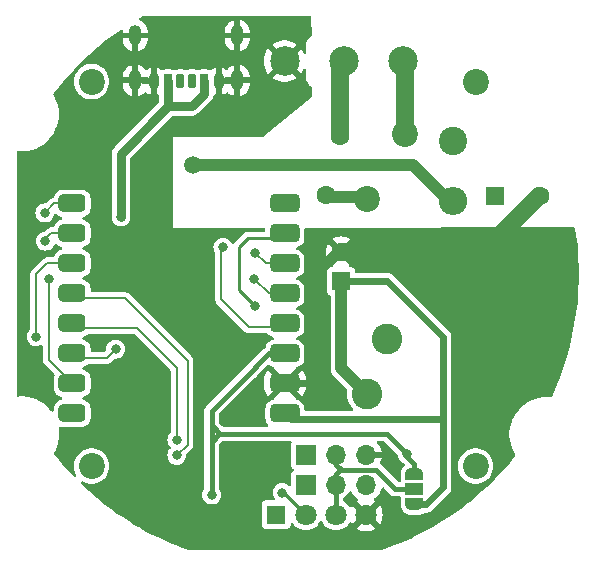
<source format=gtl>
G04 #@! TF.GenerationSoftware,KiCad,Pcbnew,8.0.8*
G04 #@! TF.CreationDate,2025-02-05T12:42:34+03:00*
G04 #@! TF.ProjectId,SMHome_2RelayBoardRound_ESP32_C3_Mini_v1,534d486f-6d65-45f3-9252-656c6179426f,12*
G04 #@! TF.SameCoordinates,Original*
G04 #@! TF.FileFunction,Copper,L1,Top*
G04 #@! TF.FilePolarity,Positive*
%FSLAX46Y46*%
G04 Gerber Fmt 4.6, Leading zero omitted, Abs format (unit mm)*
G04 Created by KiCad (PCBNEW 8.0.8) date 2025-02-05 12:42:34*
%MOMM*%
%LPD*%
G01*
G04 APERTURE LIST*
G04 Aperture macros list*
%AMRoundRect*
0 Rectangle with rounded corners*
0 $1 Rounding radius*
0 $2 $3 $4 $5 $6 $7 $8 $9 X,Y pos of 4 corners*
0 Add a 4 corners polygon primitive as box body*
4,1,4,$2,$3,$4,$5,$6,$7,$8,$9,$2,$3,0*
0 Add four circle primitives for the rounded corners*
1,1,$1+$1,$2,$3*
1,1,$1+$1,$4,$5*
1,1,$1+$1,$6,$7*
1,1,$1+$1,$8,$9*
0 Add four rect primitives between the rounded corners*
20,1,$1+$1,$2,$3,$4,$5,0*
20,1,$1+$1,$4,$5,$6,$7,0*
20,1,$1+$1,$6,$7,$8,$9,0*
20,1,$1+$1,$8,$9,$2,$3,0*%
%AMFreePoly0*
4,1,19,0.550000,-0.750000,0.000000,-0.750000,0.000000,-0.744911,-0.071157,-0.744911,-0.207708,-0.704816,-0.327430,-0.627875,-0.420627,-0.520320,-0.479746,-0.390866,-0.500000,-0.250000,-0.500000,0.250000,-0.479746,0.390866,-0.420627,0.520320,-0.327430,0.627875,-0.207708,0.704816,-0.071157,0.744911,0.000000,0.744911,0.000000,0.750000,0.550000,0.750000,0.550000,-0.750000,0.550000,-0.750000,
$1*%
%AMFreePoly1*
4,1,19,0.000000,0.744911,0.071157,0.744911,0.207708,0.704816,0.327430,0.627875,0.420627,0.520320,0.479746,0.390866,0.500000,0.250000,0.500000,-0.250000,0.479746,-0.390866,0.420627,-0.520320,0.327430,-0.627875,0.207708,-0.704816,0.071157,-0.744911,0.000000,-0.744911,0.000000,-0.750000,-0.550000,-0.750000,-0.550000,0.750000,0.000000,0.750000,0.000000,0.744911,0.000000,0.744911,
$1*%
G04 Aperture macros list end*
G04 #@! TA.AperFunction,ComponentPad*
%ADD10R,1.700000X1.700000*%
G04 #@! TD*
G04 #@! TA.AperFunction,ComponentPad*
%ADD11O,1.700000X1.700000*%
G04 #@! TD*
G04 #@! TA.AperFunction,ComponentPad*
%ADD12C,2.400000*%
G04 #@! TD*
G04 #@! TA.AperFunction,ComponentPad*
%ADD13O,2.400000X2.400000*%
G04 #@! TD*
G04 #@! TA.AperFunction,SMDPad,CuDef*
%ADD14RoundRect,0.175000X0.175000X0.425000X-0.175000X0.425000X-0.175000X-0.425000X0.175000X-0.425000X0*%
G04 #@! TD*
G04 #@! TA.AperFunction,SMDPad,CuDef*
%ADD15RoundRect,0.190000X-0.190000X-0.410000X0.190000X-0.410000X0.190000X0.410000X-0.190000X0.410000X0*%
G04 #@! TD*
G04 #@! TA.AperFunction,SMDPad,CuDef*
%ADD16RoundRect,0.200000X-0.200000X-0.400000X0.200000X-0.400000X0.200000X0.400000X-0.200000X0.400000X0*%
G04 #@! TD*
G04 #@! TA.AperFunction,SMDPad,CuDef*
%ADD17RoundRect,0.175000X-0.175000X-0.425000X0.175000X-0.425000X0.175000X0.425000X-0.175000X0.425000X0*%
G04 #@! TD*
G04 #@! TA.AperFunction,SMDPad,CuDef*
%ADD18RoundRect,0.190000X0.190000X0.410000X-0.190000X0.410000X-0.190000X-0.410000X0.190000X-0.410000X0*%
G04 #@! TD*
G04 #@! TA.AperFunction,SMDPad,CuDef*
%ADD19RoundRect,0.200000X0.200000X0.400000X-0.200000X0.400000X-0.200000X-0.400000X0.200000X-0.400000X0*%
G04 #@! TD*
G04 #@! TA.AperFunction,HeatsinkPad*
%ADD20O,1.100000X1.700000*%
G04 #@! TD*
G04 #@! TA.AperFunction,SMDPad,CuDef*
%ADD21FreePoly0,90.000000*%
G04 #@! TD*
G04 #@! TA.AperFunction,SMDPad,CuDef*
%ADD22R,1.500000X1.000000*%
G04 #@! TD*
G04 #@! TA.AperFunction,SMDPad,CuDef*
%ADD23FreePoly1,90.000000*%
G04 #@! TD*
G04 #@! TA.AperFunction,ComponentPad*
%ADD24C,2.200000*%
G04 #@! TD*
G04 #@! TA.AperFunction,ComponentPad*
%ADD25R,1.600000X1.600000*%
G04 #@! TD*
G04 #@! TA.AperFunction,ComponentPad*
%ADD26C,1.600000*%
G04 #@! TD*
G04 #@! TA.AperFunction,ComponentPad*
%ADD27C,2.600000*%
G04 #@! TD*
G04 #@! TA.AperFunction,SMDPad,CuDef*
%ADD28RoundRect,0.381000X0.869000X0.381000X-0.869000X0.381000X-0.869000X-0.381000X0.869000X-0.381000X0*%
G04 #@! TD*
G04 #@! TA.AperFunction,SMDPad,CuDef*
%ADD29RoundRect,0.381000X0.762000X0.381000X-0.762000X0.381000X-0.762000X-0.381000X0.762000X-0.381000X0*%
G04 #@! TD*
G04 #@! TA.AperFunction,ComponentPad*
%ADD30C,2.500000*%
G04 #@! TD*
G04 #@! TA.AperFunction,ComponentPad*
%ADD31R,1.650000X1.650000*%
G04 #@! TD*
G04 #@! TA.AperFunction,ComponentPad*
%ADD32C,1.800000*%
G04 #@! TD*
G04 #@! TA.AperFunction,ViaPad*
%ADD33C,0.800000*%
G04 #@! TD*
G04 #@! TA.AperFunction,ViaPad*
%ADD34C,1.500000*%
G04 #@! TD*
G04 #@! TA.AperFunction,Conductor*
%ADD35C,0.600000*%
G04 #@! TD*
G04 #@! TA.AperFunction,Conductor*
%ADD36C,1.500000*%
G04 #@! TD*
G04 #@! TA.AperFunction,Conductor*
%ADD37C,0.800000*%
G04 #@! TD*
G04 #@! TA.AperFunction,Conductor*
%ADD38C,1.000000*%
G04 #@! TD*
G04 #@! TA.AperFunction,Conductor*
%ADD39C,0.250000*%
G04 #@! TD*
G04 #@! TA.AperFunction,Conductor*
%ADD40C,0.200000*%
G04 #@! TD*
G04 #@! TA.AperFunction,Conductor*
%ADD41C,0.400000*%
G04 #@! TD*
G04 APERTURE END LIST*
D10*
X150138000Y-120370600D03*
D11*
X152678000Y-120370600D03*
X155217999Y-120370600D03*
D12*
X162610800Y-93827600D03*
D13*
X162610800Y-98907599D03*
D14*
X140504800Y-88754199D03*
D15*
X138484800Y-88754200D03*
D16*
X137254800Y-88754200D03*
D17*
X139504800Y-88754199D03*
D18*
X141524800Y-88754200D03*
D19*
X142754800Y-88754200D03*
D20*
X144324800Y-88674200D03*
X144324800Y-84874200D03*
X135684800Y-88674200D03*
X135684800Y-84874200D03*
D21*
X159308800Y-124566200D03*
D22*
X159308800Y-123266200D03*
D23*
X159308800Y-121966200D03*
D24*
X158496000Y-93192600D03*
X155295600Y-98729800D03*
X164541200Y-88773000D03*
D25*
X153111200Y-105689400D03*
D26*
X153111200Y-103189400D03*
D24*
X164490400Y-121335800D03*
D27*
X157022800Y-110566200D03*
X155312699Y-115264663D03*
D25*
X166116000Y-98475800D03*
D26*
X169916000Y-98475800D03*
D24*
X131978400Y-88773000D03*
D28*
X148344400Y-116865400D03*
X148344400Y-114325400D03*
X148344400Y-111785400D03*
X148344400Y-109245401D03*
X148344400Y-106705399D03*
X148344400Y-104165400D03*
X148344400Y-101625400D03*
X148344400Y-99085400D03*
D29*
X130344400Y-99085400D03*
X130344400Y-101625400D03*
X130344400Y-104165400D03*
X130344400Y-106705399D03*
X130344400Y-109245401D03*
X130344400Y-111785400D03*
X130344400Y-114325400D03*
X130344400Y-116865400D03*
D30*
X158314400Y-87045800D03*
X153314400Y-87045800D03*
X148314400Y-87045800D03*
D10*
X150138000Y-122910600D03*
D11*
X152678000Y-122910600D03*
X155217999Y-122910600D03*
D26*
X151815800Y-98385000D03*
X153015800Y-93385000D03*
D24*
X131978400Y-121335800D03*
D31*
X147598000Y-125450600D03*
D32*
X150138000Y-125450600D03*
X152678000Y-125450600D03*
X155218000Y-125450600D03*
D33*
X166674800Y-109550200D03*
X151180800Y-106197400D03*
X166827200Y-104775000D03*
X168706800Y-109550200D03*
X166827200Y-103759000D03*
X166827200Y-105841800D03*
X169773600Y-109550200D03*
X167690800Y-109550200D03*
X134467600Y-100228400D03*
D34*
X140563600Y-95834200D03*
D33*
X148132800Y-123571000D03*
X145796000Y-107772200D03*
X134010400Y-111429800D03*
X128346200Y-105486200D03*
X143103600Y-102793800D03*
X127279400Y-110363000D03*
X128016000Y-99898200D03*
X128066800Y-102285800D03*
X145821400Y-103251000D03*
X145745200Y-105486200D03*
X139192000Y-119100600D03*
X139192000Y-120421400D03*
X142138400Y-123774200D03*
X158724600Y-120345200D03*
D35*
X151130000Y-113385600D02*
X150190200Y-114325400D01*
D36*
X153111200Y-103189400D02*
X165110800Y-103189400D01*
D35*
X151180800Y-104571800D02*
X152563200Y-103189400D01*
X151130000Y-106248200D02*
X151130000Y-113385600D01*
D36*
X169824400Y-98475800D02*
X169916000Y-98475800D01*
D35*
X150190200Y-114325400D02*
X148344400Y-114325400D01*
X155346400Y-122605800D02*
X155244800Y-122707400D01*
D36*
X165110800Y-103189400D02*
X169824400Y-98475800D01*
D35*
X152563200Y-103189400D02*
X153111200Y-103189400D01*
X151180800Y-106197400D02*
X151130000Y-106248200D01*
X151180800Y-106197400D02*
X151180800Y-104571800D01*
D37*
X141524800Y-89793000D02*
X141524800Y-88754200D01*
D35*
X160294800Y-124566200D02*
X159308800Y-124566200D01*
D37*
X138484800Y-90851800D02*
X140466000Y-90851800D01*
D38*
X153111200Y-113063164D02*
X155312699Y-115264663D01*
D35*
X161747200Y-117373400D02*
X148852400Y-117373400D01*
X154727962Y-115849400D02*
X155312699Y-115264663D01*
X157022800Y-105689400D02*
X161747200Y-110413800D01*
X161747200Y-110413800D02*
X161747200Y-123113800D01*
D37*
X138484800Y-90851800D02*
X138484800Y-89945400D01*
X134467600Y-94869000D02*
X138484800Y-90851800D01*
D35*
X153111200Y-105689400D02*
X157022800Y-105689400D01*
D37*
X140466000Y-90851800D02*
X141524800Y-89793000D01*
D35*
X148852400Y-117373400D02*
X148344400Y-116865400D01*
D37*
X134467600Y-100228400D02*
X134467600Y-94869000D01*
D35*
X161747200Y-123113800D02*
X160294800Y-124566200D01*
D37*
X138484800Y-88754200D02*
X138484800Y-89945400D01*
D38*
X153111200Y-105689400D02*
X153111200Y-113063164D01*
X162229800Y-98907599D02*
X162610800Y-98907599D01*
X140563600Y-95834200D02*
X159156401Y-95834200D01*
X159156401Y-95834200D02*
X162229800Y-98907599D01*
X154849200Y-98537400D02*
X155041600Y-98729800D01*
X151815800Y-98385000D02*
X151968200Y-98537400D01*
X151968200Y-98537400D02*
X154849200Y-98537400D01*
D36*
X153015800Y-87344400D02*
X153314400Y-87045800D01*
X153015800Y-93385000D02*
X153015800Y-87344400D01*
X158496000Y-93192600D02*
X158496000Y-87227400D01*
X158496000Y-87227400D02*
X158314400Y-87045800D01*
D39*
X148258400Y-123571000D02*
X150138000Y-125450600D01*
X148132800Y-123571000D02*
X148258400Y-123571000D01*
X144475200Y-106451400D02*
X144475200Y-102768400D01*
X145211800Y-102031800D02*
X147938000Y-102031800D01*
X147938000Y-102031800D02*
X148344400Y-101625400D01*
X144475200Y-102768400D02*
X145211800Y-102031800D01*
X145796000Y-107772200D02*
X144475200Y-106451400D01*
D40*
X133273800Y-112166400D02*
X130725400Y-112166400D01*
X134010400Y-111429800D02*
X133273800Y-112166400D01*
X130725400Y-112166400D02*
X130344400Y-111785400D01*
X128346200Y-105486200D02*
X128346200Y-112327200D01*
X128346200Y-112327200D02*
X130344400Y-114325400D01*
X143103600Y-102793800D02*
X142951200Y-102946200D01*
X142951200Y-107213400D02*
X145313400Y-109575600D01*
X142951200Y-102946200D02*
X142951200Y-107213400D01*
X145313400Y-109575600D02*
X148014201Y-109575600D01*
X148014201Y-109575600D02*
X148344400Y-109245401D01*
X127279400Y-110363000D02*
X127279400Y-105105200D01*
X127279400Y-105105200D02*
X128219200Y-104165400D01*
X128219200Y-104165400D02*
X130344400Y-104165400D01*
X128828800Y-99085400D02*
X130344400Y-99085400D01*
X128016000Y-99898200D02*
X128828800Y-99085400D01*
X128574800Y-101625400D02*
X130344400Y-101625400D01*
X128066800Y-102285800D02*
X128066800Y-102133400D01*
X128066800Y-102133400D02*
X128574800Y-101625400D01*
X145821400Y-103251000D02*
X146735800Y-104165400D01*
X146735800Y-104165400D02*
X148344400Y-104165400D01*
X146964399Y-106705399D02*
X148344400Y-106705399D01*
X145745200Y-105486200D02*
X146964399Y-106705399D01*
X135813801Y-109651801D02*
X139192000Y-113030000D01*
X139192000Y-113030000D02*
X139192000Y-119100600D01*
X130344400Y-109245401D02*
X130750800Y-109651801D01*
X130750800Y-109651801D02*
X135813801Y-109651801D01*
X134797799Y-107111799D02*
X130750800Y-107111799D01*
X139192000Y-120421400D02*
X140106400Y-119507000D01*
X140106400Y-112420400D02*
X134797799Y-107111799D01*
X130750800Y-107111799D02*
X130344400Y-106705399D01*
X140106400Y-119507000D02*
X140106400Y-112420400D01*
D41*
X159308800Y-121966200D02*
X159308800Y-121132600D01*
X144678400Y-114122200D02*
X142138400Y-116662200D01*
X142849600Y-118592600D02*
X142138400Y-117881400D01*
X142138400Y-117221000D02*
X142138400Y-123774200D01*
X142138400Y-119253000D02*
X142138400Y-123774200D01*
X143967200Y-118592600D02*
X142849600Y-118592600D01*
X147015200Y-111785400D02*
X148344400Y-111785400D01*
X156972000Y-118592600D02*
X143967200Y-118592600D01*
X143967200Y-118592600D02*
X142798800Y-118592600D01*
X142138400Y-116662200D02*
X142138400Y-117221000D01*
X159308800Y-121132600D02*
X158724600Y-120548400D01*
X142798800Y-118592600D02*
X142138400Y-119253000D01*
X158724600Y-120548400D02*
X158724600Y-120345200D01*
X144678400Y-114122200D02*
X147015200Y-111785400D01*
X158724600Y-120345200D02*
X156972000Y-118592600D01*
X142138400Y-117881400D02*
X142138400Y-116662200D01*
X157683200Y-123266200D02*
X159308800Y-123266200D01*
X153060400Y-121589800D02*
X152678000Y-121207400D01*
X156057600Y-121640600D02*
X157683200Y-123266200D01*
X152678000Y-121207400D02*
X152678000Y-120370600D01*
X152678000Y-122910600D02*
X152678000Y-125450600D01*
X152678000Y-121972200D02*
X153060400Y-121589800D01*
X152678000Y-122910600D02*
X152678000Y-121972200D01*
X153111200Y-121640600D02*
X156057600Y-121640600D01*
X153060400Y-121589800D02*
X153111200Y-121640600D01*
G04 #@! TA.AperFunction,Conductor*
G36*
X150536653Y-83252785D02*
G01*
X150582408Y-83305589D01*
X150593605Y-83355632D01*
X150611005Y-84824993D01*
X150592116Y-84892261D01*
X150540817Y-84938180D01*
X150489454Y-84962915D01*
X150363800Y-85063121D01*
X150263593Y-85188777D01*
X150193864Y-85333570D01*
X150158100Y-85490259D01*
X150158100Y-86298069D01*
X150138415Y-86365108D01*
X150085611Y-86410863D01*
X150016453Y-86420807D01*
X149952897Y-86391782D01*
X149918672Y-86343372D01*
X149895515Y-86284371D01*
X149764372Y-86057226D01*
X149716524Y-85997227D01*
X148991977Y-86721773D01*
X148979041Y-86690542D01*
X148896963Y-86567703D01*
X148792497Y-86463237D01*
X148669658Y-86381159D01*
X148638424Y-86368221D01*
X149363568Y-85643078D01*
X149191854Y-85526006D01*
X149191845Y-85526001D01*
X148955542Y-85412204D01*
X148955544Y-85412204D01*
X148704905Y-85334892D01*
X148704899Y-85334890D01*
X148445551Y-85295800D01*
X148183248Y-85295800D01*
X147923900Y-85334890D01*
X147923894Y-85334892D01*
X147673258Y-85412204D01*
X147673254Y-85412205D01*
X147436947Y-85526005D01*
X147436939Y-85526010D01*
X147265230Y-85643077D01*
X147990375Y-86368221D01*
X147959142Y-86381159D01*
X147836303Y-86463237D01*
X147731837Y-86567703D01*
X147649759Y-86690542D01*
X147636821Y-86721774D01*
X146912274Y-85997227D01*
X146864428Y-86057225D01*
X146733283Y-86284373D01*
X146637458Y-86528529D01*
X146579093Y-86784249D01*
X146579092Y-86784254D01*
X146559493Y-87045795D01*
X146559493Y-87045804D01*
X146579092Y-87307345D01*
X146579093Y-87307350D01*
X146637458Y-87563070D01*
X146733283Y-87807226D01*
X146733282Y-87807226D01*
X146864429Y-88034376D01*
X146912273Y-88094372D01*
X147636821Y-87369824D01*
X147649759Y-87401058D01*
X147731837Y-87523897D01*
X147836303Y-87628363D01*
X147959142Y-87710441D01*
X147990374Y-87723377D01*
X147265230Y-88448520D01*
X147436946Y-88565593D01*
X147436950Y-88565595D01*
X147673254Y-88679394D01*
X147673258Y-88679395D01*
X147923894Y-88756707D01*
X147923900Y-88756709D01*
X148183248Y-88795799D01*
X148183257Y-88795800D01*
X148445543Y-88795800D01*
X148445551Y-88795799D01*
X148704899Y-88756709D01*
X148704905Y-88756707D01*
X148955543Y-88679395D01*
X149191845Y-88565598D01*
X149191847Y-88565597D01*
X149363568Y-88448520D01*
X148638425Y-87723378D01*
X148669658Y-87710441D01*
X148792497Y-87628363D01*
X148896963Y-87523897D01*
X148979041Y-87401058D01*
X148991978Y-87369825D01*
X149716525Y-88094372D01*
X149764371Y-88034373D01*
X149895516Y-87807226D01*
X149918672Y-87748228D01*
X149961488Y-87693014D01*
X150027358Y-87669713D01*
X150095368Y-87685724D01*
X150143927Y-87735962D01*
X150158100Y-87793530D01*
X150158100Y-88473444D01*
X150158090Y-88473474D01*
X150158093Y-88473475D01*
X150158067Y-88605416D01*
X150158067Y-88605422D01*
X150193944Y-88762530D01*
X150193945Y-88762534D01*
X150263979Y-88907689D01*
X150263983Y-88907695D01*
X150364632Y-89033553D01*
X150364642Y-89033564D01*
X150490841Y-89133795D01*
X150593439Y-89182874D01*
X150645420Y-89229561D01*
X150663920Y-89293265D01*
X150672098Y-89983749D01*
X150653209Y-90051017D01*
X150627141Y-90080767D01*
X146592040Y-93418442D01*
X146527836Y-93446003D01*
X146513822Y-93446890D01*
X138836400Y-93497399D01*
X138836400Y-101168199D01*
X138836400Y-101168200D01*
X146569728Y-101157353D01*
X146636793Y-101176944D01*
X146682622Y-101229683D01*
X146693900Y-101281353D01*
X146693900Y-101382300D01*
X146674215Y-101449339D01*
X146621411Y-101495094D01*
X146569900Y-101506300D01*
X145288596Y-101506300D01*
X145288580Y-101506299D01*
X145280984Y-101506299D01*
X145142617Y-101506299D01*
X145024752Y-101537880D01*
X145008961Y-101542112D01*
X144889138Y-101611292D01*
X144889132Y-101611297D01*
X144054696Y-102445733D01*
X144054692Y-102445738D01*
X144049543Y-102454657D01*
X143998974Y-102502871D01*
X143930366Y-102516091D01*
X143865503Y-102490121D01*
X143833313Y-102450036D01*
X143833094Y-102450174D01*
X143831907Y-102448285D01*
X143830439Y-102446457D01*
X143829390Y-102444280D01*
X143829389Y-102444278D01*
X143733416Y-102291538D01*
X143605862Y-102163984D01*
X143453123Y-102068011D01*
X143282854Y-102008431D01*
X143282849Y-102008430D01*
X143103604Y-101988235D01*
X143103596Y-101988235D01*
X142924350Y-102008430D01*
X142924345Y-102008431D01*
X142754076Y-102068011D01*
X142601337Y-102163984D01*
X142473784Y-102291537D01*
X142377811Y-102444276D01*
X142318231Y-102614545D01*
X142318230Y-102614550D01*
X142298035Y-102793796D01*
X142298035Y-102793803D01*
X142318230Y-102973049D01*
X142318231Y-102973054D01*
X142377811Y-103143322D01*
X142394280Y-103169533D01*
X142431694Y-103229076D01*
X142450700Y-103295048D01*
X142450700Y-107279291D01*
X142484808Y-107406587D01*
X142498246Y-107429862D01*
X142550700Y-107520714D01*
X142550701Y-107520715D01*
X142550702Y-107520716D01*
X144908559Y-109878572D01*
X144908569Y-109878583D01*
X144912899Y-109882913D01*
X144912900Y-109882914D01*
X145006086Y-109976100D01*
X145120214Y-110041992D01*
X145247507Y-110076100D01*
X145247508Y-110076100D01*
X146768530Y-110076100D01*
X146835569Y-110095785D01*
X146856211Y-110112419D01*
X146985059Y-110241267D01*
X146985065Y-110241272D01*
X147134170Y-110334962D01*
X147194594Y-110356105D01*
X147300400Y-110393128D01*
X147300403Y-110393128D01*
X147306455Y-110394510D01*
X147367432Y-110428621D01*
X147400287Y-110490284D01*
X147394589Y-110559921D01*
X147352147Y-110615423D01*
X147306464Y-110636288D01*
X147300406Y-110637671D01*
X147134170Y-110695838D01*
X146985065Y-110789528D01*
X146985059Y-110789533D01*
X146860533Y-110914059D01*
X146860528Y-110914065D01*
X146766838Y-111063170D01*
X146706516Y-111235565D01*
X146665794Y-111292341D01*
X146651481Y-111301994D01*
X146646490Y-111304875D01*
X146646481Y-111304882D01*
X146534678Y-111416686D01*
X144309684Y-113641681D01*
X141769686Y-116181678D01*
X141657881Y-116293482D01*
X141657877Y-116293487D01*
X141648691Y-116309400D01*
X141645364Y-116315163D01*
X141636954Y-116329730D01*
X141582216Y-116424539D01*
X141578823Y-116430415D01*
X141537899Y-116583143D01*
X141537899Y-116583145D01*
X141537899Y-116751246D01*
X141537900Y-116751259D01*
X141537900Y-117794730D01*
X141537899Y-117794748D01*
X141537899Y-117970446D01*
X141537900Y-117970459D01*
X141537900Y-119166330D01*
X141537899Y-119166348D01*
X141537899Y-119342046D01*
X141537900Y-119342059D01*
X141537900Y-123191787D01*
X141518215Y-123258826D01*
X141510850Y-123269096D01*
X141508586Y-123271934D01*
X141412611Y-123424676D01*
X141353031Y-123594945D01*
X141353030Y-123594950D01*
X141332835Y-123774196D01*
X141332835Y-123774203D01*
X141353030Y-123953449D01*
X141353031Y-123953454D01*
X141412611Y-124123723D01*
X141497849Y-124259377D01*
X141508584Y-124276462D01*
X141636138Y-124404016D01*
X141788878Y-124499989D01*
X141959145Y-124559568D01*
X141959150Y-124559569D01*
X142138396Y-124579765D01*
X142138400Y-124579765D01*
X142138404Y-124579765D01*
X142317649Y-124559569D01*
X142317652Y-124559568D01*
X142317655Y-124559568D01*
X142487922Y-124499989D01*
X142640662Y-124404016D01*
X142768216Y-124276462D01*
X142864189Y-124123722D01*
X142923768Y-123953455D01*
X142923769Y-123953449D01*
X142943965Y-123774203D01*
X142943965Y-123774196D01*
X142923769Y-123594950D01*
X142923768Y-123594945D01*
X142903926Y-123538239D01*
X142864189Y-123424678D01*
X142768216Y-123271938D01*
X142768214Y-123271936D01*
X142768213Y-123271934D01*
X142765950Y-123269096D01*
X142765059Y-123266915D01*
X142764511Y-123266042D01*
X142764664Y-123265945D01*
X142739544Y-123204409D01*
X142738900Y-123191787D01*
X142738900Y-119553097D01*
X142758585Y-119486058D01*
X142775219Y-119465416D01*
X143011217Y-119229419D01*
X143072540Y-119195934D01*
X143098898Y-119193100D01*
X143888143Y-119193100D01*
X148803029Y-119193100D01*
X148870068Y-119212785D01*
X148915823Y-119265589D01*
X148925767Y-119334747D01*
X148913513Y-119373396D01*
X148902353Y-119395296D01*
X148902352Y-119395298D01*
X148887500Y-119489075D01*
X148887500Y-121252117D01*
X148898292Y-121320257D01*
X148902354Y-121345904D01*
X148959950Y-121458942D01*
X148959952Y-121458944D01*
X148959954Y-121458947D01*
X149053926Y-121552919D01*
X149087411Y-121614242D01*
X149082427Y-121683934D01*
X149053926Y-121728281D01*
X148959954Y-121822252D01*
X148959951Y-121822257D01*
X148959950Y-121822258D01*
X148940751Y-121859937D01*
X148902352Y-121935298D01*
X148887500Y-122029075D01*
X148887500Y-122894260D01*
X148867815Y-122961299D01*
X148815011Y-123007054D01*
X148745853Y-123016998D01*
X148682297Y-122987973D01*
X148675819Y-122981941D01*
X148635062Y-122941184D01*
X148482323Y-122845211D01*
X148312054Y-122785631D01*
X148312049Y-122785630D01*
X148132804Y-122765435D01*
X148132796Y-122765435D01*
X147953550Y-122785630D01*
X147953545Y-122785631D01*
X147783276Y-122845211D01*
X147630537Y-122941184D01*
X147502984Y-123068737D01*
X147407011Y-123221476D01*
X147347431Y-123391745D01*
X147347430Y-123391750D01*
X147327235Y-123570996D01*
X147327235Y-123571003D01*
X147347430Y-123750249D01*
X147347431Y-123750254D01*
X147394898Y-123885904D01*
X147407011Y-123920522D01*
X147455506Y-123997702D01*
X147479023Y-124035128D01*
X147498023Y-124102364D01*
X147477655Y-124169200D01*
X147424388Y-124214414D01*
X147374029Y-124225100D01*
X146741482Y-124225100D01*
X146660519Y-124237923D01*
X146647696Y-124239954D01*
X146534658Y-124297550D01*
X146534657Y-124297551D01*
X146534652Y-124297554D01*
X146444954Y-124387252D01*
X146444951Y-124387257D01*
X146444950Y-124387258D01*
X146425751Y-124424937D01*
X146387352Y-124500298D01*
X146372500Y-124594075D01*
X146372500Y-126307117D01*
X146383292Y-126375257D01*
X146387354Y-126400904D01*
X146444950Y-126513942D01*
X146444952Y-126513944D01*
X146444954Y-126513947D01*
X146534652Y-126603645D01*
X146534654Y-126603646D01*
X146534658Y-126603650D01*
X146647694Y-126661245D01*
X146647698Y-126661247D01*
X146741475Y-126676099D01*
X146741481Y-126676100D01*
X148454518Y-126676099D01*
X148548304Y-126661246D01*
X148661342Y-126603650D01*
X148751050Y-126513942D01*
X148808646Y-126400904D01*
X148808646Y-126400902D01*
X148808647Y-126400901D01*
X148823499Y-126307124D01*
X148823500Y-126307119D01*
X148823499Y-126233927D01*
X148843183Y-126166891D01*
X148895986Y-126121135D01*
X148965144Y-126111191D01*
X149028701Y-126140215D01*
X149049074Y-126162806D01*
X149137954Y-126289741D01*
X149298858Y-126450645D01*
X149298861Y-126450647D01*
X149485266Y-126581168D01*
X149691504Y-126677339D01*
X149911308Y-126736235D01*
X150073230Y-126750401D01*
X150137998Y-126756068D01*
X150138000Y-126756068D01*
X150138002Y-126756068D01*
X150194673Y-126751109D01*
X150364692Y-126736235D01*
X150584496Y-126677339D01*
X150790734Y-126581168D01*
X150977139Y-126450647D01*
X151138047Y-126289739D01*
X151268568Y-126103334D01*
X151295618Y-126045324D01*
X151341790Y-125992885D01*
X151408983Y-125973733D01*
X151475865Y-125993948D01*
X151520382Y-126045325D01*
X151547429Y-126103328D01*
X151547432Y-126103334D01*
X151677954Y-126289741D01*
X151838858Y-126450645D01*
X151838861Y-126450647D01*
X152025266Y-126581168D01*
X152231504Y-126677339D01*
X152451308Y-126736235D01*
X152613230Y-126750401D01*
X152677998Y-126756068D01*
X152678000Y-126756068D01*
X152678002Y-126756068D01*
X152734673Y-126751109D01*
X152904692Y-126736235D01*
X153124496Y-126677339D01*
X153330734Y-126581168D01*
X153517139Y-126450647D01*
X153678047Y-126289739D01*
X153788057Y-126132625D01*
X153842632Y-126089002D01*
X153912130Y-126081808D01*
X153974485Y-126113330D01*
X153993440Y-126135929D01*
X154066811Y-126248233D01*
X154694212Y-125620833D01*
X154705482Y-125662892D01*
X154777890Y-125788308D01*
X154880292Y-125890710D01*
X155005708Y-125963118D01*
X155047765Y-125974387D01*
X154419201Y-126602951D01*
X154449649Y-126626650D01*
X154653697Y-126737076D01*
X154653706Y-126737079D01*
X154873139Y-126812411D01*
X155101993Y-126850600D01*
X155334007Y-126850600D01*
X155562860Y-126812411D01*
X155782293Y-126737079D01*
X155782301Y-126737076D01*
X155986355Y-126626647D01*
X156016797Y-126602951D01*
X156016798Y-126602950D01*
X155388235Y-125974387D01*
X155430292Y-125963118D01*
X155555708Y-125890710D01*
X155658110Y-125788308D01*
X155730518Y-125662892D01*
X155741787Y-125620834D01*
X156369186Y-126248234D01*
X156453484Y-126119206D01*
X156546682Y-125906735D01*
X156603638Y-125681818D01*
X156622798Y-125450605D01*
X156622798Y-125450594D01*
X156603638Y-125219381D01*
X156546682Y-124994464D01*
X156453483Y-124781990D01*
X156369186Y-124652964D01*
X155741787Y-125280364D01*
X155730518Y-125238308D01*
X155658110Y-125112892D01*
X155555708Y-125010490D01*
X155430292Y-124938082D01*
X155388233Y-124926812D01*
X156016797Y-124298247D01*
X156016797Y-124298245D01*
X155986360Y-124274555D01*
X155986349Y-124274548D01*
X155958315Y-124259377D01*
X155908724Y-124210158D01*
X155893616Y-124141941D01*
X155917786Y-124076385D01*
X155946208Y-124048747D01*
X156089081Y-123948705D01*
X156256104Y-123781682D01*
X156391599Y-123588178D01*
X156491428Y-123374092D01*
X156491432Y-123374083D01*
X156531028Y-123226308D01*
X156567393Y-123166647D01*
X156630240Y-123136118D01*
X156699615Y-123144413D01*
X156738485Y-123170720D01*
X157314484Y-123746720D01*
X157314486Y-123746721D01*
X157314490Y-123746724D01*
X157451409Y-123825773D01*
X157451416Y-123825777D01*
X157604143Y-123866701D01*
X157604145Y-123866701D01*
X157769854Y-123866701D01*
X157769870Y-123866700D01*
X158031794Y-123866700D01*
X158098833Y-123886385D01*
X158144588Y-123939189D01*
X158154532Y-124008347D01*
X158154290Y-124009944D01*
X158153300Y-124016200D01*
X158153300Y-124016206D01*
X158153300Y-124638089D01*
X158169723Y-124752323D01*
X158169725Y-124752331D01*
X158210232Y-124890286D01*
X158218465Y-124908314D01*
X158258177Y-124995272D01*
X158258180Y-124995278D01*
X158335909Y-125116226D01*
X158335915Y-125116234D01*
X158411493Y-125203454D01*
X158411496Y-125203457D01*
X158520144Y-125297601D01*
X158520151Y-125297606D01*
X158520156Y-125297610D01*
X158590828Y-125343028D01*
X158617243Y-125360004D01*
X158617259Y-125360013D01*
X158748021Y-125419730D01*
X158748025Y-125419731D01*
X158748033Y-125419735D01*
X158858776Y-125452253D01*
X158858777Y-125452253D01*
X158858780Y-125452254D01*
X158901215Y-125458354D01*
X159001091Y-125472715D01*
X159001092Y-125472715D01*
X159116504Y-125472715D01*
X159116508Y-125472715D01*
X159116511Y-125472714D01*
X159120921Y-125472399D01*
X159120929Y-125472522D01*
X159132434Y-125471700D01*
X159485166Y-125471700D01*
X159496670Y-125472522D01*
X159496679Y-125472399D01*
X159501088Y-125472714D01*
X159501092Y-125472715D01*
X159501096Y-125472715D01*
X159616508Y-125472715D01*
X159616509Y-125472715D01*
X159730743Y-125456290D01*
X159758819Y-125452254D01*
X159758820Y-125452253D01*
X159758824Y-125452253D01*
X159869567Y-125419735D01*
X159869578Y-125419730D01*
X160000340Y-125360013D01*
X160000344Y-125360010D01*
X160000352Y-125360007D01*
X160097444Y-125297610D01*
X160098164Y-125296985D01*
X160098453Y-125296853D01*
X160100993Y-125294953D01*
X160101406Y-125295505D01*
X160161720Y-125267962D01*
X160179366Y-125266700D01*
X160363796Y-125266700D01*
X160454840Y-125248589D01*
X160499128Y-125239780D01*
X160586820Y-125203457D01*
X160626607Y-125186977D01*
X160626608Y-125186976D01*
X160626611Y-125186975D01*
X160741343Y-125110314D01*
X162291314Y-123560343D01*
X162367975Y-123445611D01*
X162382294Y-123411043D01*
X162420778Y-123318132D01*
X162420780Y-123318128D01*
X162438735Y-123227863D01*
X162447700Y-123182796D01*
X162447700Y-121335794D01*
X162984757Y-121335794D01*
X162984757Y-121335805D01*
X163005290Y-121583612D01*
X163005292Y-121583624D01*
X163066336Y-121824681D01*
X163166226Y-122052406D01*
X163302233Y-122260582D01*
X163302236Y-122260585D01*
X163470656Y-122443538D01*
X163666891Y-122596274D01*
X163885590Y-122714628D01*
X164120786Y-122795371D01*
X164366065Y-122836300D01*
X164614735Y-122836300D01*
X164860014Y-122795371D01*
X165095210Y-122714628D01*
X165313909Y-122596274D01*
X165510144Y-122443538D01*
X165678564Y-122260585D01*
X165814573Y-122052407D01*
X165914463Y-121824681D01*
X165975508Y-121583621D01*
X165979089Y-121540405D01*
X165996043Y-121335805D01*
X165996043Y-121335794D01*
X165975509Y-121087987D01*
X165975507Y-121087975D01*
X165914463Y-120846918D01*
X165814573Y-120619193D01*
X165678566Y-120411017D01*
X165622975Y-120350629D01*
X165510144Y-120228062D01*
X165313909Y-120075326D01*
X165313907Y-120075325D01*
X165313906Y-120075324D01*
X165095211Y-119956972D01*
X165095202Y-119956969D01*
X164860016Y-119876229D01*
X164614735Y-119835300D01*
X164366065Y-119835300D01*
X164120783Y-119876229D01*
X163885597Y-119956969D01*
X163885588Y-119956972D01*
X163666893Y-120075324D01*
X163470657Y-120228061D01*
X163302233Y-120411017D01*
X163166226Y-120619193D01*
X163066336Y-120846918D01*
X163005292Y-121087975D01*
X163005290Y-121087987D01*
X162984757Y-121335794D01*
X162447700Y-121335794D01*
X162447700Y-110344805D01*
X162437846Y-110295270D01*
X162433260Y-110272215D01*
X162433260Y-110272212D01*
X162420781Y-110209478D01*
X162420780Y-110209472D01*
X162367975Y-110081989D01*
X162291314Y-109967257D01*
X162291312Y-109967254D01*
X157469345Y-105145287D01*
X157354607Y-105068622D01*
X157227132Y-105015821D01*
X157227122Y-105015818D01*
X157091796Y-104988900D01*
X157091794Y-104988900D01*
X157091793Y-104988900D01*
X154435699Y-104988900D01*
X154368660Y-104969215D01*
X154322905Y-104916411D01*
X154311699Y-104864900D01*
X154311699Y-104857882D01*
X154311462Y-104856384D01*
X154296846Y-104764096D01*
X154239250Y-104651058D01*
X154239246Y-104651054D01*
X154239245Y-104651052D01*
X154149547Y-104561354D01*
X154149544Y-104561352D01*
X154149542Y-104561350D01*
X154072717Y-104522205D01*
X154036501Y-104503752D01*
X153942724Y-104488900D01*
X153915078Y-104488900D01*
X153848039Y-104469215D01*
X153802284Y-104416411D01*
X153792340Y-104347253D01*
X153821365Y-104283697D01*
X153836532Y-104270018D01*
X153836672Y-104268425D01*
X153157647Y-103589400D01*
X153163861Y-103589400D01*
X153265594Y-103562141D01*
X153356806Y-103509480D01*
X153431280Y-103435006D01*
X153483941Y-103343794D01*
X153511200Y-103242061D01*
X153511200Y-103235847D01*
X154190224Y-103914871D01*
X154241336Y-103841878D01*
X154337464Y-103635731D01*
X154337469Y-103635717D01*
X154396339Y-103416010D01*
X154396341Y-103415999D01*
X154416166Y-103189402D01*
X154416166Y-103189397D01*
X154396341Y-102962800D01*
X154396339Y-102962789D01*
X154337469Y-102743082D01*
X154337464Y-102743068D01*
X154241336Y-102536921D01*
X154241332Y-102536913D01*
X154190225Y-102463926D01*
X153511200Y-103142951D01*
X153511200Y-103136739D01*
X153483941Y-103035006D01*
X153431280Y-102943794D01*
X153356806Y-102869320D01*
X153265594Y-102816659D01*
X153163861Y-102789400D01*
X153157645Y-102789400D01*
X153836672Y-102110374D01*
X153763678Y-102059263D01*
X153557531Y-101963135D01*
X153557517Y-101963130D01*
X153337810Y-101904260D01*
X153337799Y-101904258D01*
X153111202Y-101884434D01*
X153111198Y-101884434D01*
X152884600Y-101904258D01*
X152884589Y-101904260D01*
X152664882Y-101963130D01*
X152664873Y-101963134D01*
X152458716Y-102059266D01*
X152458712Y-102059268D01*
X152385726Y-102110373D01*
X152385726Y-102110374D01*
X153064753Y-102789400D01*
X153058539Y-102789400D01*
X152956806Y-102816659D01*
X152865594Y-102869320D01*
X152791120Y-102943794D01*
X152738459Y-103035006D01*
X152711200Y-103136739D01*
X152711200Y-103142952D01*
X152032174Y-102463926D01*
X152032173Y-102463926D01*
X151981068Y-102536912D01*
X151981066Y-102536916D01*
X151884934Y-102743073D01*
X151884930Y-102743082D01*
X151826060Y-102962789D01*
X151826058Y-102962800D01*
X151806234Y-103189397D01*
X151806234Y-103189402D01*
X151826058Y-103415999D01*
X151826060Y-103416010D01*
X151884930Y-103635717D01*
X151884935Y-103635731D01*
X151981063Y-103841878D01*
X152032174Y-103914872D01*
X152711200Y-103235846D01*
X152711200Y-103242061D01*
X152738459Y-103343794D01*
X152791120Y-103435006D01*
X152865594Y-103509480D01*
X152956806Y-103562141D01*
X153058539Y-103589400D01*
X153064753Y-103589400D01*
X152385726Y-104268425D01*
X152386120Y-104272929D01*
X152422069Y-104317901D01*
X152429263Y-104387400D01*
X152397741Y-104449755D01*
X152337511Y-104485169D01*
X152307325Y-104488900D01*
X152279683Y-104488900D01*
X152200750Y-104501401D01*
X152185896Y-104503754D01*
X152072858Y-104561350D01*
X152072857Y-104561351D01*
X152072852Y-104561354D01*
X151983154Y-104651052D01*
X151983151Y-104651057D01*
X151983150Y-104651058D01*
X151975588Y-104665900D01*
X151925552Y-104764098D01*
X151910700Y-104857875D01*
X151910700Y-106520917D01*
X151921492Y-106589057D01*
X151925554Y-106614704D01*
X151983150Y-106727742D01*
X151983152Y-106727744D01*
X151983154Y-106727747D01*
X152072852Y-106817445D01*
X152072854Y-106817446D01*
X152072858Y-106817450D01*
X152142996Y-106853187D01*
X152193791Y-106901161D01*
X152210700Y-106963671D01*
X152210700Y-113151860D01*
X152245303Y-113325822D01*
X152245305Y-113325830D01*
X152279246Y-113407770D01*
X152279246Y-113407771D01*
X152313184Y-113489706D01*
X152313186Y-113489709D01*
X152313187Y-113489711D01*
X152334562Y-113521700D01*
X152362935Y-113564163D01*
X152411737Y-113637202D01*
X152411738Y-113637203D01*
X153607483Y-114832946D01*
X153640968Y-114894269D01*
X153640693Y-114948220D01*
X153626476Y-115010508D01*
X153607431Y-115264658D01*
X153607431Y-115264667D01*
X153626476Y-115518817D01*
X153680892Y-115757231D01*
X153683191Y-115767300D01*
X153776306Y-116004551D01*
X153903740Y-116225275D01*
X154062649Y-116424540D01*
X154079863Y-116440512D01*
X154098712Y-116458001D01*
X154134467Y-116518029D01*
X154132092Y-116587859D01*
X154092341Y-116645319D01*
X154027836Y-116672167D01*
X154014371Y-116672900D01*
X150118900Y-116672900D01*
X150051861Y-116653215D01*
X150006106Y-116600411D01*
X149994900Y-116548900D01*
X149994900Y-116440508D01*
X149994899Y-116440507D01*
X149992270Y-116417176D01*
X149982418Y-116329730D01*
X149980128Y-116309405D01*
X149980127Y-116309403D01*
X149980127Y-116309400D01*
X149921962Y-116143174D01*
X149921961Y-116143170D01*
X149828271Y-115994065D01*
X149828266Y-115994059D01*
X149703740Y-115869533D01*
X149703734Y-115869528D01*
X149554629Y-115775838D01*
X149388394Y-115717671D01*
X149371065Y-115715719D01*
X149306652Y-115688652D01*
X149267097Y-115631057D01*
X149266168Y-115600719D01*
X148344400Y-114678952D01*
X147424223Y-115599126D01*
X147425878Y-115614516D01*
X147394603Y-115676995D01*
X147334514Y-115712647D01*
X147317734Y-115715719D01*
X147300405Y-115717671D01*
X147134170Y-115775838D01*
X146985065Y-115869528D01*
X146985059Y-115869533D01*
X146860533Y-115994059D01*
X146860528Y-115994065D01*
X146766838Y-116143170D01*
X146708671Y-116309405D01*
X146693900Y-116440507D01*
X146693900Y-117290292D01*
X146708671Y-117421394D01*
X146766838Y-117587629D01*
X146860528Y-117736734D01*
X146860533Y-117736740D01*
X146904212Y-117780419D01*
X146937697Y-117841742D01*
X146932713Y-117911434D01*
X146890841Y-117967367D01*
X146825377Y-117991784D01*
X146816531Y-117992100D01*
X143149698Y-117992100D01*
X143082659Y-117972415D01*
X143062017Y-117955781D01*
X142775219Y-117668983D01*
X142741734Y-117607660D01*
X142738900Y-117581302D01*
X142738900Y-116962297D01*
X142758585Y-116895258D01*
X142775219Y-116874616D01*
X145158919Y-114490916D01*
X145782040Y-113867795D01*
X146594400Y-113867795D01*
X146594400Y-114783005D01*
X146594401Y-114783009D01*
X146597317Y-114826032D01*
X146597317Y-114826034D01*
X146643565Y-115012002D01*
X146728707Y-115183675D01*
X146848765Y-115333033D01*
X146848766Y-115333034D01*
X146923300Y-115392947D01*
X146923301Y-115392947D01*
X147990848Y-114325400D01*
X147990848Y-114325399D01*
X148697951Y-114325399D01*
X149765499Y-115392947D01*
X149840033Y-115333034D01*
X149840034Y-115333033D01*
X149960092Y-115183675D01*
X150045234Y-115012002D01*
X150091481Y-114826040D01*
X150094399Y-114783004D01*
X150094399Y-113867794D01*
X150094398Y-113867790D01*
X150091482Y-113824767D01*
X150091482Y-113824765D01*
X150045234Y-113638797D01*
X149960092Y-113467124D01*
X149840035Y-113317768D01*
X149765497Y-113257852D01*
X148697951Y-114325399D01*
X147990848Y-114325399D01*
X146923300Y-113257851D01*
X146848764Y-113317767D01*
X146728707Y-113467124D01*
X146643565Y-113638797D01*
X146597318Y-113824759D01*
X146594400Y-113867795D01*
X145782040Y-113867795D01*
X145972561Y-113677274D01*
X146843598Y-112806236D01*
X146904919Y-112772753D01*
X146974611Y-112777737D01*
X146997246Y-112788924D01*
X147134174Y-112874962D01*
X147300400Y-112933127D01*
X147317729Y-112935079D01*
X147382143Y-112962145D01*
X147421699Y-113019739D01*
X147422628Y-113050077D01*
X148344399Y-113971847D01*
X149264575Y-113051672D01*
X149262921Y-113036283D01*
X149294196Y-112973804D01*
X149354285Y-112938152D01*
X149371063Y-112935080D01*
X149388400Y-112933127D01*
X149554626Y-112874962D01*
X149554625Y-112874962D01*
X149554629Y-112874961D01*
X149703734Y-112781271D01*
X149703735Y-112781270D01*
X149703740Y-112781267D01*
X149828267Y-112656740D01*
X149828271Y-112656734D01*
X149921961Y-112507629D01*
X149924478Y-112500433D01*
X149980127Y-112341400D01*
X149994900Y-112210288D01*
X149994900Y-111360512D01*
X149987219Y-111292341D01*
X149980128Y-111229405D01*
X149980127Y-111229403D01*
X149980127Y-111229400D01*
X149930925Y-111088788D01*
X149921961Y-111063170D01*
X149828271Y-110914065D01*
X149828266Y-110914059D01*
X149703740Y-110789533D01*
X149703734Y-110789528D01*
X149554629Y-110695838D01*
X149441962Y-110656415D01*
X149388400Y-110637673D01*
X149388397Y-110637672D01*
X149388390Y-110637670D01*
X149382337Y-110636288D01*
X149321362Y-110602173D01*
X149288511Y-110540509D01*
X149294213Y-110470872D01*
X149336658Y-110415373D01*
X149382346Y-110394510D01*
X149388394Y-110393129D01*
X149388395Y-110393128D01*
X149388400Y-110393128D01*
X149554626Y-110334963D01*
X149554625Y-110334963D01*
X149554629Y-110334962D01*
X149703734Y-110241272D01*
X149703735Y-110241271D01*
X149703740Y-110241268D01*
X149828267Y-110116741D01*
X149841435Y-110095785D01*
X149921961Y-109967630D01*
X149951089Y-109884386D01*
X149980127Y-109801401D01*
X149994900Y-109670289D01*
X149994900Y-108820513D01*
X149980127Y-108689401D01*
X149921962Y-108523175D01*
X149921961Y-108523171D01*
X149828271Y-108374066D01*
X149828266Y-108374060D01*
X149703740Y-108249534D01*
X149703734Y-108249529D01*
X149554629Y-108155839D01*
X149454890Y-108120940D01*
X149388400Y-108097674D01*
X149388396Y-108097673D01*
X149382336Y-108096290D01*
X149321359Y-108062177D01*
X149288505Y-108000514D01*
X149294204Y-107930877D01*
X149336647Y-107875376D01*
X149382336Y-107854510D01*
X149388387Y-107853127D01*
X149388400Y-107853126D01*
X149554626Y-107794961D01*
X149554625Y-107794961D01*
X149554629Y-107794960D01*
X149703734Y-107701270D01*
X149703735Y-107701269D01*
X149703740Y-107701266D01*
X149828267Y-107576739D01*
X149863471Y-107520713D01*
X149921961Y-107427628D01*
X149926720Y-107414027D01*
X149980127Y-107261399D01*
X149994900Y-107130287D01*
X149994900Y-106280511D01*
X149980127Y-106149399D01*
X149921962Y-105983173D01*
X149921961Y-105983169D01*
X149828271Y-105834064D01*
X149828266Y-105834058D01*
X149703740Y-105709532D01*
X149703734Y-105709527D01*
X149554629Y-105615837D01*
X149435211Y-105574052D01*
X149388400Y-105557672D01*
X149388397Y-105557671D01*
X149388390Y-105557669D01*
X149382337Y-105556287D01*
X149321362Y-105522172D01*
X149288511Y-105460508D01*
X149294213Y-105390871D01*
X149336658Y-105335372D01*
X149382346Y-105314509D01*
X149388394Y-105313128D01*
X149388395Y-105313127D01*
X149388400Y-105313127D01*
X149554626Y-105254962D01*
X149554625Y-105254962D01*
X149554629Y-105254961D01*
X149703734Y-105161271D01*
X149703735Y-105161270D01*
X149703740Y-105161267D01*
X149828267Y-105036740D01*
X149828271Y-105036734D01*
X149921961Y-104887629D01*
X149949787Y-104808106D01*
X149980127Y-104721400D01*
X149982445Y-104700832D01*
X149988053Y-104651052D01*
X149994900Y-104590288D01*
X149994900Y-103740512D01*
X149987513Y-103674956D01*
X149980128Y-103609405D01*
X149980127Y-103609403D01*
X149980127Y-103609400D01*
X149921962Y-103443174D01*
X149921961Y-103443170D01*
X149828271Y-103294065D01*
X149828266Y-103294059D01*
X149703740Y-103169533D01*
X149703734Y-103169528D01*
X149554629Y-103075838D01*
X149454890Y-103040939D01*
X149388400Y-103017673D01*
X149388396Y-103017672D01*
X149382340Y-103016290D01*
X149321364Y-102982178D01*
X149288509Y-102920515D01*
X149294207Y-102850878D01*
X149336650Y-102795376D01*
X149382340Y-102774510D01*
X149388387Y-102773128D01*
X149388400Y-102773127D01*
X149554626Y-102714962D01*
X149554625Y-102714962D01*
X149554629Y-102714961D01*
X149703734Y-102621271D01*
X149703735Y-102621270D01*
X149703740Y-102621267D01*
X149828267Y-102496740D01*
X149857527Y-102450174D01*
X149921961Y-102347629D01*
X149941588Y-102291537D01*
X149980127Y-102181400D01*
X149982090Y-102163984D01*
X149993888Y-102059266D01*
X149994900Y-102050288D01*
X149994900Y-101276375D01*
X150014585Y-101209336D01*
X150067389Y-101163581D01*
X150118720Y-101152376D01*
X172822152Y-101120534D01*
X172889216Y-101140124D01*
X172935045Y-101192863D01*
X172944935Y-101226029D01*
X173026413Y-101765915D01*
X173027028Y-101770591D01*
X173132468Y-102710232D01*
X173132904Y-102714929D01*
X173202525Y-103657854D01*
X173202783Y-103662564D01*
X173236495Y-104607472D01*
X173236574Y-104612188D01*
X173234322Y-105557717D01*
X173234221Y-105562433D01*
X173196011Y-106507196D01*
X173195730Y-106511905D01*
X173121618Y-107454492D01*
X173121159Y-107459186D01*
X173011251Y-108398286D01*
X173010614Y-108402960D01*
X172865065Y-109337227D01*
X172864250Y-109341873D01*
X172683281Y-110269885D01*
X172682291Y-110274496D01*
X172466147Y-111195006D01*
X172464981Y-111199577D01*
X172213997Y-112111150D01*
X172212659Y-112115673D01*
X171927181Y-113017062D01*
X171925672Y-113021531D01*
X171606108Y-113911441D01*
X171604429Y-113915849D01*
X171251266Y-114792923D01*
X171249425Y-114797255D01*
X171211761Y-114881406D01*
X170961019Y-115441620D01*
X170915665Y-115494768D01*
X170848776Y-115514958D01*
X170838971Y-115514644D01*
X170661286Y-115501896D01*
X170568123Y-115495212D01*
X170224977Y-115507967D01*
X170224965Y-115507968D01*
X169885235Y-115557898D01*
X169552906Y-115644421D01*
X169552898Y-115644424D01*
X169231947Y-115766504D01*
X168926137Y-115922710D01*
X168926126Y-115922716D01*
X168639099Y-116111185D01*
X168639086Y-116111194D01*
X168639081Y-116111198D01*
X168619778Y-116127123D01*
X168374189Y-116329732D01*
X168134590Y-116575725D01*
X168134583Y-116575733D01*
X167923109Y-116846281D01*
X167923107Y-116846284D01*
X167742252Y-117138189D01*
X167594155Y-117448005D01*
X167538193Y-117607660D01*
X167488045Y-117750731D01*
X167480561Y-117772081D01*
X167402821Y-118106567D01*
X167361855Y-118447496D01*
X167360876Y-118538009D01*
X167358142Y-118790885D01*
X167391728Y-119132637D01*
X167462215Y-119468724D01*
X167462216Y-119468728D01*
X167462217Y-119468731D01*
X167462218Y-119468736D01*
X167568766Y-119795158D01*
X167568775Y-119795181D01*
X167710133Y-120108113D01*
X167710144Y-120108136D01*
X167848881Y-120343273D01*
X167865995Y-120411014D01*
X167843768Y-120477254D01*
X167838291Y-120484518D01*
X167392262Y-121033011D01*
X167389194Y-121036640D01*
X166765261Y-121746517D01*
X166762056Y-121750025D01*
X166111390Y-122435472D01*
X166108054Y-122438854D01*
X165431610Y-123098871D01*
X165428146Y-123102124D01*
X164726906Y-123735747D01*
X164723321Y-123738864D01*
X163998301Y-124345177D01*
X163994609Y-124348146D01*
X163862153Y-124450554D01*
X163246927Y-124926213D01*
X163243113Y-124929046D01*
X162473817Y-125478057D01*
X162469898Y-125480742D01*
X161680150Y-125999871D01*
X161676130Y-126002405D01*
X160867055Y-126490907D01*
X160862942Y-126493284D01*
X160035753Y-126950431D01*
X160031551Y-126952649D01*
X159187471Y-127377762D01*
X159183187Y-127379818D01*
X158323428Y-127772290D01*
X158319069Y-127774180D01*
X157444895Y-128133430D01*
X157440467Y-128135151D01*
X156601519Y-128442914D01*
X156558813Y-128450500D01*
X140264916Y-128450500D01*
X140222650Y-128443075D01*
X139424847Y-128153821D01*
X139420610Y-128152196D01*
X139374222Y-128133430D01*
X138586522Y-127814767D01*
X138582350Y-127812990D01*
X137761130Y-127445253D01*
X137757023Y-127443322D01*
X136949859Y-127045808D01*
X136945860Y-127043748D01*
X136153670Y-126616907D01*
X136149766Y-126614710D01*
X136130921Y-126603648D01*
X135596159Y-126289739D01*
X135373812Y-126159220D01*
X135369942Y-126156852D01*
X134611142Y-125673256D01*
X134607360Y-125670747D01*
X134157041Y-125360013D01*
X133866804Y-125159740D01*
X133863118Y-125157096D01*
X133141746Y-124619327D01*
X133138158Y-124616549D01*
X132436931Y-124052735D01*
X132433447Y-124049827D01*
X132244748Y-123886385D01*
X131753310Y-123460726D01*
X131749978Y-123457731D01*
X131091841Y-122844128D01*
X131088612Y-122841006D01*
X131078785Y-122831147D01*
X131045399Y-122769775D01*
X131050494Y-122700091D01*
X131092453Y-122644224D01*
X131157956Y-122619910D01*
X131225623Y-122634552D01*
X131373590Y-122714628D01*
X131608786Y-122795371D01*
X131854065Y-122836300D01*
X132102735Y-122836300D01*
X132348014Y-122795371D01*
X132583210Y-122714628D01*
X132801909Y-122596274D01*
X132998144Y-122443538D01*
X133166564Y-122260585D01*
X133302573Y-122052407D01*
X133402463Y-121824681D01*
X133463508Y-121583621D01*
X133467089Y-121540405D01*
X133484043Y-121335805D01*
X133484043Y-121335794D01*
X133463509Y-121087987D01*
X133463507Y-121087975D01*
X133402463Y-120846918D01*
X133302573Y-120619193D01*
X133166566Y-120411017D01*
X133110975Y-120350629D01*
X132998144Y-120228062D01*
X132801909Y-120075326D01*
X132801907Y-120075325D01*
X132801906Y-120075324D01*
X132583211Y-119956972D01*
X132583202Y-119956969D01*
X132348016Y-119876229D01*
X132102735Y-119835300D01*
X131854065Y-119835300D01*
X131608783Y-119876229D01*
X131373597Y-119956969D01*
X131373588Y-119956972D01*
X131154893Y-120075324D01*
X130958657Y-120228061D01*
X130790233Y-120411017D01*
X130654226Y-120619193D01*
X130554336Y-120846918D01*
X130493292Y-121087975D01*
X130493290Y-121087987D01*
X130472757Y-121335794D01*
X130472757Y-121335805D01*
X130493290Y-121583612D01*
X130493292Y-121583624D01*
X130554336Y-121824681D01*
X130654225Y-122052403D01*
X130654227Y-122052407D01*
X130664130Y-122067564D01*
X130684317Y-122134454D01*
X130665137Y-122201639D01*
X130612679Y-122247790D01*
X130543597Y-122258253D01*
X130479825Y-122229707D01*
X130472510Y-122222937D01*
X130453352Y-122203718D01*
X130450231Y-122200470D01*
X129949635Y-121660100D01*
X129838747Y-121540402D01*
X129835727Y-121537020D01*
X129248800Y-120855014D01*
X129245904Y-120851521D01*
X128905241Y-120425057D01*
X128825263Y-120324936D01*
X128798803Y-120260272D01*
X128811503Y-120191566D01*
X128812525Y-120189591D01*
X128947161Y-119934920D01*
X128947161Y-119934917D01*
X128947166Y-119934910D01*
X129074110Y-119615336D01*
X129105540Y-119501735D01*
X129165800Y-119283935D01*
X129165804Y-119283916D01*
X129165872Y-119283498D01*
X129221171Y-118944546D01*
X129235344Y-118680006D01*
X129239567Y-118601184D01*
X129239567Y-118601181D01*
X129239567Y-118601175D01*
X129220777Y-118257825D01*
X129200603Y-118135058D01*
X129209156Y-118065716D01*
X129253842Y-118012004D01*
X129320473Y-117990978D01*
X129363914Y-117997910D01*
X129407400Y-118013127D01*
X129407403Y-118013127D01*
X129407405Y-118013128D01*
X129472956Y-118020513D01*
X129538507Y-118027899D01*
X129538508Y-118027900D01*
X129538512Y-118027900D01*
X131150292Y-118027900D01*
X131150292Y-118027899D01*
X131232758Y-118018607D01*
X131281394Y-118013128D01*
X131281395Y-118013127D01*
X131281400Y-118013127D01*
X131440433Y-117957478D01*
X131447629Y-117954961D01*
X131596734Y-117861271D01*
X131596735Y-117861270D01*
X131596740Y-117861267D01*
X131721267Y-117736740D01*
X131786663Y-117632664D01*
X131814961Y-117587629D01*
X131860454Y-117457616D01*
X131873127Y-117421400D01*
X131887900Y-117290288D01*
X131887900Y-116440512D01*
X131875418Y-116329730D01*
X131873128Y-116309405D01*
X131873127Y-116309403D01*
X131873127Y-116309400D01*
X131814962Y-116143174D01*
X131814961Y-116143170D01*
X131721271Y-115994065D01*
X131721266Y-115994059D01*
X131596740Y-115869533D01*
X131596734Y-115869528D01*
X131447629Y-115775838D01*
X131336296Y-115736882D01*
X131281400Y-115717673D01*
X131281396Y-115717672D01*
X131275340Y-115716290D01*
X131214364Y-115682178D01*
X131181509Y-115620515D01*
X131187207Y-115550878D01*
X131229650Y-115495376D01*
X131275340Y-115474510D01*
X131281387Y-115473128D01*
X131281400Y-115473127D01*
X131447626Y-115414962D01*
X131447625Y-115414962D01*
X131447629Y-115414961D01*
X131596734Y-115321271D01*
X131596735Y-115321270D01*
X131596740Y-115321267D01*
X131721267Y-115196740D01*
X131721271Y-115196734D01*
X131814961Y-115047629D01*
X131827951Y-115010506D01*
X131873127Y-114881400D01*
X131887900Y-114750288D01*
X131887900Y-113900512D01*
X131880513Y-113834956D01*
X131873128Y-113769405D01*
X131873127Y-113769403D01*
X131873127Y-113769400D01*
X131826868Y-113637200D01*
X131814961Y-113603170D01*
X131721271Y-113454065D01*
X131721266Y-113454059D01*
X131596740Y-113329533D01*
X131596734Y-113329528D01*
X131447629Y-113235838D01*
X131347890Y-113200939D01*
X131281400Y-113177673D01*
X131281396Y-113177672D01*
X131275340Y-113176290D01*
X131214364Y-113142178D01*
X131181509Y-113080515D01*
X131187207Y-113010878D01*
X131229650Y-112955376D01*
X131275340Y-112934510D01*
X131281387Y-112933128D01*
X131281400Y-112933127D01*
X131447626Y-112874962D01*
X131447625Y-112874962D01*
X131447629Y-112874961D01*
X131596734Y-112781271D01*
X131596735Y-112781270D01*
X131596740Y-112781267D01*
X131674788Y-112703219D01*
X131736111Y-112669734D01*
X131762469Y-112666900D01*
X133339690Y-112666900D01*
X133339692Y-112666900D01*
X133466986Y-112632792D01*
X133581114Y-112566900D01*
X133880324Y-112267688D01*
X133941644Y-112234206D01*
X133981885Y-112232152D01*
X134000114Y-112234206D01*
X134010399Y-112235365D01*
X134010400Y-112235365D01*
X134010403Y-112235365D01*
X134189649Y-112215169D01*
X134189652Y-112215168D01*
X134189655Y-112215168D01*
X134359922Y-112155589D01*
X134512662Y-112059616D01*
X134640216Y-111932062D01*
X134736189Y-111779322D01*
X134795768Y-111609055D01*
X134801309Y-111559876D01*
X134815965Y-111429803D01*
X134815965Y-111429796D01*
X134795769Y-111250550D01*
X134795768Y-111250545D01*
X134788369Y-111229400D01*
X134736189Y-111080278D01*
X134731811Y-111073311D01*
X134640215Y-110927537D01*
X134512662Y-110799984D01*
X134359923Y-110704011D01*
X134189654Y-110644431D01*
X134189649Y-110644430D01*
X134010404Y-110624235D01*
X134010396Y-110624235D01*
X133831150Y-110644430D01*
X133831145Y-110644431D01*
X133660876Y-110704011D01*
X133508137Y-110799984D01*
X133380584Y-110927537D01*
X133284611Y-111080276D01*
X133225031Y-111250545D01*
X133225030Y-111250550D01*
X133204835Y-111429796D01*
X133204835Y-111429803D01*
X133208047Y-111458312D01*
X133195992Y-111527134D01*
X133172509Y-111559876D01*
X133102805Y-111629581D01*
X133041482Y-111663066D01*
X133015123Y-111665900D01*
X132011900Y-111665900D01*
X131944861Y-111646215D01*
X131899106Y-111593411D01*
X131887900Y-111541900D01*
X131887900Y-111360508D01*
X131887899Y-111360507D01*
X131881306Y-111301994D01*
X131880219Y-111292341D01*
X131873128Y-111229405D01*
X131873127Y-111229403D01*
X131873127Y-111229400D01*
X131823925Y-111088788D01*
X131814961Y-111063170D01*
X131721271Y-110914065D01*
X131721266Y-110914059D01*
X131596740Y-110789533D01*
X131596734Y-110789528D01*
X131447629Y-110695838D01*
X131334962Y-110656415D01*
X131281400Y-110637673D01*
X131281397Y-110637672D01*
X131281390Y-110637670D01*
X131275337Y-110636288D01*
X131214362Y-110602173D01*
X131181511Y-110540509D01*
X131187213Y-110470872D01*
X131229658Y-110415373D01*
X131275346Y-110394510D01*
X131281394Y-110393129D01*
X131281395Y-110393128D01*
X131281400Y-110393128D01*
X131447626Y-110334963D01*
X131447625Y-110334963D01*
X131447629Y-110334962D01*
X131596734Y-110241272D01*
X131596735Y-110241271D01*
X131596740Y-110241268D01*
X131649388Y-110188620D01*
X131710711Y-110155135D01*
X131737069Y-110152301D01*
X135555125Y-110152301D01*
X135622164Y-110171986D01*
X135642806Y-110188620D01*
X138655181Y-113200995D01*
X138688666Y-113262318D01*
X138691500Y-113288676D01*
X138691500Y-118417659D01*
X138671815Y-118484698D01*
X138655182Y-118505340D01*
X138562183Y-118598339D01*
X138466211Y-118751076D01*
X138406631Y-118921345D01*
X138406630Y-118921350D01*
X138386435Y-119100596D01*
X138386435Y-119100603D01*
X138406630Y-119279849D01*
X138406631Y-119279854D01*
X138466211Y-119450123D01*
X138562184Y-119602862D01*
X138632641Y-119673319D01*
X138666126Y-119734642D01*
X138661142Y-119804334D01*
X138632641Y-119848681D01*
X138562184Y-119919137D01*
X138466211Y-120071876D01*
X138406631Y-120242145D01*
X138406630Y-120242150D01*
X138386435Y-120421396D01*
X138386435Y-120421403D01*
X138406630Y-120600649D01*
X138406631Y-120600654D01*
X138466211Y-120770923D01*
X138528843Y-120870600D01*
X138562184Y-120923662D01*
X138689738Y-121051216D01*
X138721207Y-121070989D01*
X138816412Y-121130811D01*
X138842478Y-121147189D01*
X139012745Y-121206768D01*
X139012750Y-121206769D01*
X139191996Y-121226965D01*
X139192000Y-121226965D01*
X139192004Y-121226965D01*
X139371249Y-121206769D01*
X139371252Y-121206768D01*
X139371255Y-121206768D01*
X139541522Y-121147189D01*
X139694262Y-121051216D01*
X139821816Y-120923662D01*
X139917789Y-120770922D01*
X139977368Y-120600655D01*
X139985955Y-120524449D01*
X139997565Y-120421402D01*
X139997565Y-120421399D01*
X139996350Y-120410615D01*
X139994352Y-120392886D01*
X140006406Y-120324065D01*
X140029888Y-120291324D01*
X140506900Y-119814314D01*
X140572792Y-119700186D01*
X140606900Y-119572892D01*
X140606900Y-119441107D01*
X140606900Y-112354508D01*
X140572792Y-112227214D01*
X140506900Y-112113086D01*
X140413714Y-112019900D01*
X135105113Y-106711299D01*
X135006281Y-106654238D01*
X134990986Y-106645407D01*
X134927338Y-106628353D01*
X134863691Y-106611299D01*
X134863690Y-106611299D01*
X132011900Y-106611299D01*
X131944861Y-106591614D01*
X131899106Y-106538810D01*
X131887900Y-106487299D01*
X131887900Y-106280507D01*
X131887899Y-106280506D01*
X131873128Y-106149404D01*
X131873127Y-106149402D01*
X131873127Y-106149399D01*
X131814962Y-105983173D01*
X131814961Y-105983169D01*
X131721271Y-105834064D01*
X131721266Y-105834058D01*
X131596740Y-105709532D01*
X131596734Y-105709527D01*
X131447629Y-105615837D01*
X131328211Y-105574052D01*
X131281400Y-105557672D01*
X131281397Y-105557671D01*
X131281390Y-105557669D01*
X131275337Y-105556287D01*
X131214362Y-105522172D01*
X131181511Y-105460508D01*
X131187213Y-105390871D01*
X131229658Y-105335372D01*
X131275346Y-105314509D01*
X131281394Y-105313128D01*
X131281395Y-105313127D01*
X131281400Y-105313127D01*
X131447626Y-105254962D01*
X131447625Y-105254962D01*
X131447629Y-105254961D01*
X131596734Y-105161271D01*
X131596735Y-105161270D01*
X131596740Y-105161267D01*
X131721267Y-105036740D01*
X131721271Y-105036734D01*
X131814961Y-104887629D01*
X131842787Y-104808106D01*
X131873127Y-104721400D01*
X131875445Y-104700832D01*
X131881053Y-104651052D01*
X131887900Y-104590288D01*
X131887900Y-103740512D01*
X131880513Y-103674956D01*
X131873128Y-103609405D01*
X131873127Y-103609403D01*
X131873127Y-103609400D01*
X131814962Y-103443174D01*
X131814961Y-103443170D01*
X131721271Y-103294065D01*
X131721266Y-103294059D01*
X131596740Y-103169533D01*
X131596734Y-103169528D01*
X131447629Y-103075838D01*
X131347890Y-103040939D01*
X131281400Y-103017673D01*
X131281396Y-103017672D01*
X131275340Y-103016290D01*
X131214364Y-102982178D01*
X131181509Y-102920515D01*
X131187207Y-102850878D01*
X131229650Y-102795376D01*
X131275340Y-102774510D01*
X131281387Y-102773128D01*
X131281400Y-102773127D01*
X131447626Y-102714962D01*
X131447625Y-102714962D01*
X131447629Y-102714961D01*
X131596734Y-102621271D01*
X131596735Y-102621270D01*
X131596740Y-102621267D01*
X131721267Y-102496740D01*
X131750527Y-102450174D01*
X131814961Y-102347629D01*
X131834588Y-102291537D01*
X131873127Y-102181400D01*
X131875090Y-102163984D01*
X131886888Y-102059266D01*
X131887900Y-102050288D01*
X131887900Y-101200512D01*
X131880513Y-101134956D01*
X131873128Y-101069405D01*
X131873127Y-101069403D01*
X131873127Y-101069400D01*
X131827076Y-100937794D01*
X131814961Y-100903170D01*
X131721271Y-100754065D01*
X131721266Y-100754059D01*
X131596740Y-100629533D01*
X131596734Y-100629528D01*
X131447629Y-100535838D01*
X131347890Y-100500939D01*
X131281400Y-100477673D01*
X131281396Y-100477672D01*
X131275340Y-100476290D01*
X131214364Y-100442178D01*
X131181509Y-100380515D01*
X131187207Y-100310878D01*
X131229650Y-100255376D01*
X131275340Y-100234510D01*
X131281387Y-100233128D01*
X131281400Y-100233127D01*
X131294915Y-100228398D01*
X133662035Y-100228398D01*
X133662035Y-100228401D01*
X133663876Y-100244744D01*
X133665568Y-100259760D01*
X133666320Y-100266429D01*
X133667100Y-100280314D01*
X133667100Y-100307244D01*
X133674888Y-100346403D01*
X133676490Y-100356703D01*
X133681421Y-100400462D01*
X133682232Y-100407652D01*
X133682233Y-100407660D01*
X133690576Y-100431504D01*
X133695150Y-100448260D01*
X133697862Y-100461896D01*
X133718109Y-100510777D01*
X133720586Y-100517267D01*
X133724347Y-100528016D01*
X133741812Y-100577924D01*
X133748309Y-100588265D01*
X133757868Y-100606765D01*
X133758203Y-100607573D01*
X133758205Y-100607579D01*
X133794823Y-100662382D01*
X133796714Y-100665300D01*
X133837780Y-100730657D01*
X133837782Y-100730660D01*
X133837784Y-100730662D01*
X133965338Y-100858216D01*
X134030696Y-100899283D01*
X134030731Y-100899305D01*
X134033640Y-100901190D01*
X134088421Y-100937794D01*
X134089206Y-100938119D01*
X134107734Y-100947689D01*
X134118078Y-100954189D01*
X134178775Y-100975428D01*
X134185207Y-100977884D01*
X134213621Y-100989653D01*
X134234097Y-100998135D01*
X134234098Y-100998135D01*
X134234103Y-100998137D01*
X134247739Y-101000849D01*
X134264498Y-101005423D01*
X134288345Y-101013768D01*
X134339314Y-101019510D01*
X134349592Y-101021109D01*
X134376740Y-101026509D01*
X134388757Y-101028900D01*
X134388758Y-101028900D01*
X134415685Y-101028900D01*
X134429569Y-101029680D01*
X134467598Y-101033965D01*
X134467600Y-101033965D01*
X134467602Y-101033965D01*
X134505631Y-101029680D01*
X134519515Y-101028900D01*
X134546441Y-101028900D01*
X134546442Y-101028900D01*
X134585617Y-101021107D01*
X134595883Y-101019510D01*
X134646855Y-101013768D01*
X134670700Y-101005423D01*
X134687462Y-101000848D01*
X134701097Y-100998137D01*
X134749989Y-100977884D01*
X134756437Y-100975423D01*
X134817122Y-100954189D01*
X134827468Y-100947687D01*
X134845990Y-100938120D01*
X134846779Y-100937794D01*
X134901587Y-100901171D01*
X134904425Y-100899331D01*
X134969862Y-100858216D01*
X135097416Y-100730662D01*
X135138531Y-100665225D01*
X135140377Y-100662379D01*
X135176994Y-100607579D01*
X135177320Y-100606790D01*
X135186887Y-100588268D01*
X135193389Y-100577922D01*
X135214623Y-100517237D01*
X135217090Y-100510777D01*
X135237337Y-100461897D01*
X135240049Y-100448260D01*
X135244623Y-100431500D01*
X135252968Y-100407655D01*
X135258710Y-100356683D01*
X135260307Y-100346417D01*
X135268100Y-100307242D01*
X135268100Y-100280314D01*
X135268880Y-100266429D01*
X135269632Y-100259760D01*
X135271323Y-100244744D01*
X135273165Y-100228401D01*
X135273165Y-100228398D01*
X135268880Y-100190369D01*
X135268100Y-100176485D01*
X135268100Y-95251940D01*
X135287785Y-95184901D01*
X135304419Y-95164259D01*
X138780059Y-91688619D01*
X138841382Y-91655134D01*
X138867740Y-91652300D01*
X140544844Y-91652300D01*
X140544845Y-91652299D01*
X140699497Y-91621537D01*
X140845179Y-91561194D01*
X140976289Y-91473589D01*
X142035086Y-90414790D01*
X142035089Y-90414789D01*
X142146589Y-90303289D01*
X142234194Y-90172179D01*
X142294537Y-90026497D01*
X142295046Y-90023938D01*
X142295048Y-90023938D01*
X142295048Y-90023926D01*
X142310058Y-89948468D01*
X142342443Y-89886560D01*
X142403159Y-89851986D01*
X142442897Y-89849172D01*
X142498210Y-89854198D01*
X142498226Y-89854199D01*
X142504799Y-89854198D01*
X142504800Y-89854198D01*
X142504800Y-87654200D01*
X143004800Y-87654200D01*
X143004800Y-88504200D01*
X143144800Y-88504200D01*
X143163090Y-88485909D01*
X143164485Y-88481161D01*
X143217289Y-88435406D01*
X143268800Y-88424200D01*
X144024800Y-88424200D01*
X144024800Y-88924200D01*
X143784800Y-88924200D01*
X143766509Y-88942490D01*
X143765115Y-88947239D01*
X143712311Y-88992994D01*
X143660800Y-89004200D01*
X143004800Y-89004200D01*
X143004800Y-89854199D01*
X143011381Y-89854199D01*
X143081902Y-89847791D01*
X143081907Y-89847790D01*
X143244196Y-89797218D01*
X143389672Y-89709275D01*
X143394621Y-89704326D01*
X143455941Y-89670835D01*
X143525633Y-89675813D01*
X143569992Y-89704318D01*
X143655460Y-89789786D01*
X143655464Y-89789789D01*
X143827431Y-89904694D01*
X143827441Y-89904699D01*
X144018523Y-89983848D01*
X144018525Y-89983849D01*
X144074800Y-89995042D01*
X144074800Y-89141188D01*
X144084740Y-89158405D01*
X144140595Y-89214260D01*
X144209004Y-89253756D01*
X144285304Y-89274200D01*
X144364296Y-89274200D01*
X144440596Y-89253756D01*
X144509005Y-89214260D01*
X144564860Y-89158405D01*
X144574800Y-89141188D01*
X144574800Y-89995042D01*
X144631074Y-89983849D01*
X144631076Y-89983848D01*
X144822158Y-89904699D01*
X144822168Y-89904694D01*
X144994135Y-89789789D01*
X144994139Y-89789786D01*
X145140386Y-89643539D01*
X145140389Y-89643535D01*
X145255294Y-89471568D01*
X145255299Y-89471558D01*
X145334449Y-89280474D01*
X145334451Y-89280466D01*
X145374799Y-89077620D01*
X145374800Y-89077617D01*
X145374800Y-88924200D01*
X144624800Y-88924200D01*
X144624800Y-88424200D01*
X145374800Y-88424200D01*
X145374800Y-88270783D01*
X145374799Y-88270779D01*
X145334451Y-88067933D01*
X145334449Y-88067925D01*
X145255299Y-87876841D01*
X145255294Y-87876831D01*
X145140389Y-87704864D01*
X145140386Y-87704860D01*
X144994139Y-87558613D01*
X144994135Y-87558610D01*
X144822168Y-87443705D01*
X144822158Y-87443700D01*
X144631072Y-87364549D01*
X144631067Y-87364547D01*
X144574800Y-87353355D01*
X144574800Y-88207211D01*
X144564860Y-88189995D01*
X144509005Y-88134140D01*
X144440596Y-88094644D01*
X144364296Y-88074200D01*
X144285304Y-88074200D01*
X144209004Y-88094644D01*
X144140595Y-88134140D01*
X144084740Y-88189995D01*
X144074800Y-88207211D01*
X144074800Y-87353356D01*
X144074799Y-87353355D01*
X144018532Y-87364547D01*
X144018527Y-87364549D01*
X143827441Y-87443700D01*
X143827431Y-87443705D01*
X143655464Y-87558610D01*
X143655460Y-87558613D01*
X143509213Y-87704860D01*
X143509209Y-87704865D01*
X143495791Y-87724946D01*
X143442177Y-87769750D01*
X143372852Y-87778455D01*
X143328541Y-87762169D01*
X143244195Y-87711180D01*
X143244196Y-87711180D01*
X143081905Y-87660609D01*
X143081906Y-87660609D01*
X143011372Y-87654200D01*
X143004800Y-87654200D01*
X142504800Y-87654200D01*
X142504799Y-87654199D01*
X142498236Y-87654200D01*
X142498217Y-87654201D01*
X142427697Y-87660608D01*
X142427692Y-87660609D01*
X142265402Y-87711181D01*
X142119925Y-87799124D01*
X142115375Y-87802690D01*
X142050463Y-87828538D01*
X141991451Y-87819639D01*
X141868954Y-87768900D01*
X141868949Y-87768898D01*
X141753501Y-87753700D01*
X141296096Y-87753700D01*
X141180657Y-87768896D01*
X141180648Y-87768899D01*
X141053263Y-87821664D01*
X140983793Y-87829133D01*
X140958358Y-87821664D01*
X140830039Y-87768513D01*
X140830037Y-87768512D01*
X140830036Y-87768512D01*
X140815971Y-87766660D01*
X140717527Y-87753699D01*
X140717520Y-87753699D01*
X140292080Y-87753699D01*
X140292072Y-87753699D01*
X140179564Y-87768512D01*
X140179563Y-87768512D01*
X140052253Y-87821246D01*
X139982783Y-87828715D01*
X139957347Y-87821246D01*
X139908766Y-87801123D01*
X139830036Y-87768512D01*
X139815971Y-87766660D01*
X139717527Y-87753699D01*
X139717520Y-87753699D01*
X139292080Y-87753699D01*
X139292072Y-87753699D01*
X139179564Y-87768512D01*
X139179560Y-87768513D01*
X139051242Y-87821664D01*
X138981773Y-87829133D01*
X138956337Y-87821664D01*
X138828951Y-87768899D01*
X138828949Y-87768898D01*
X138713501Y-87753700D01*
X138256096Y-87753700D01*
X138140657Y-87768896D01*
X138140645Y-87768900D01*
X138018149Y-87819639D01*
X137948680Y-87827108D01*
X137894231Y-87802694D01*
X137889680Y-87799129D01*
X137744195Y-87711180D01*
X137744196Y-87711180D01*
X137581905Y-87660609D01*
X137581906Y-87660609D01*
X137511372Y-87654200D01*
X137504800Y-87654200D01*
X137504800Y-89854199D01*
X137511381Y-89854199D01*
X137549080Y-89850774D01*
X137617626Y-89864312D01*
X137667971Y-89912759D01*
X137684300Y-89974265D01*
X137684300Y-90468860D01*
X137664615Y-90535899D01*
X137647981Y-90556541D01*
X133957311Y-94247211D01*
X133929088Y-94275434D01*
X133845809Y-94358712D01*
X133758209Y-94489814D01*
X133758202Y-94489827D01*
X133697864Y-94635498D01*
X133697861Y-94635510D01*
X133667100Y-94790153D01*
X133667100Y-100176485D01*
X133666320Y-100190369D01*
X133662035Y-100228398D01*
X131294915Y-100228398D01*
X131447626Y-100174962D01*
X131447625Y-100174962D01*
X131447629Y-100174961D01*
X131596734Y-100081271D01*
X131596735Y-100081270D01*
X131596740Y-100081267D01*
X131721267Y-99956740D01*
X131721271Y-99956734D01*
X131814961Y-99807629D01*
X131817478Y-99800433D01*
X131873127Y-99641400D01*
X131887900Y-99510288D01*
X131887900Y-98660512D01*
X131880181Y-98592003D01*
X131873128Y-98529405D01*
X131873127Y-98529403D01*
X131873127Y-98529400D01*
X131814962Y-98363174D01*
X131814961Y-98363170D01*
X131721271Y-98214065D01*
X131721266Y-98214059D01*
X131596740Y-98089533D01*
X131596734Y-98089528D01*
X131447629Y-97995838D01*
X131281394Y-97937671D01*
X131150292Y-97922900D01*
X131150288Y-97922900D01*
X129538512Y-97922900D01*
X129538508Y-97922900D01*
X129407405Y-97937671D01*
X129241170Y-97995838D01*
X129092065Y-98089528D01*
X129092059Y-98089533D01*
X128967533Y-98214059D01*
X128967528Y-98214065D01*
X128873837Y-98363172D01*
X128873836Y-98363173D01*
X128821346Y-98513183D01*
X128780625Y-98569959D01*
X128736399Y-98592002D01*
X128635614Y-98619008D01*
X128635612Y-98619008D01*
X128635612Y-98619009D01*
X128521486Y-98684900D01*
X128521483Y-98684902D01*
X128146076Y-99060308D01*
X128084753Y-99093793D01*
X128044512Y-99095847D01*
X128016003Y-99092635D01*
X128015996Y-99092635D01*
X127836750Y-99112830D01*
X127836745Y-99112831D01*
X127666476Y-99172411D01*
X127513737Y-99268384D01*
X127386184Y-99395937D01*
X127290211Y-99548676D01*
X127230631Y-99718945D01*
X127230630Y-99718950D01*
X127210435Y-99898196D01*
X127210435Y-99898203D01*
X127230630Y-100077449D01*
X127230631Y-100077454D01*
X127290211Y-100247723D01*
X127373650Y-100380515D01*
X127386184Y-100400462D01*
X127513738Y-100528016D01*
X127526187Y-100535838D01*
X127640361Y-100607579D01*
X127666478Y-100623989D01*
X127776199Y-100662382D01*
X127836745Y-100683568D01*
X127836750Y-100683569D01*
X128015996Y-100703765D01*
X128016000Y-100703765D01*
X128016004Y-100703765D01*
X128195249Y-100683569D01*
X128195252Y-100683568D01*
X128195255Y-100683568D01*
X128365522Y-100623989D01*
X128518262Y-100528016D01*
X128645816Y-100400462D01*
X128741789Y-100247722D01*
X128801368Y-100077455D01*
X128801588Y-100075501D01*
X128802082Y-100074325D01*
X128802917Y-100070668D01*
X128803557Y-100070814D01*
X128828651Y-100011086D01*
X128886243Y-99971528D01*
X128956080Y-99969386D01*
X129012490Y-100001697D01*
X129092059Y-100081266D01*
X129092065Y-100081271D01*
X129241170Y-100174961D01*
X129285205Y-100190369D01*
X129407400Y-100233127D01*
X129407404Y-100233127D01*
X129407406Y-100233128D01*
X129413461Y-100234511D01*
X129474437Y-100268624D01*
X129507290Y-100330287D01*
X129501591Y-100399924D01*
X129459147Y-100455425D01*
X129413461Y-100476289D01*
X129407406Y-100477671D01*
X129241170Y-100535838D01*
X129092065Y-100629528D01*
X129092059Y-100629533D01*
X128967533Y-100754059D01*
X128967528Y-100754065D01*
X128873837Y-100903172D01*
X128873837Y-100903173D01*
X128825310Y-101041855D01*
X128784589Y-101098631D01*
X128719636Y-101124378D01*
X128708269Y-101124900D01*
X128508907Y-101124900D01*
X128381612Y-101159008D01*
X128267486Y-101224900D01*
X128267485Y-101224901D01*
X128060146Y-101432238D01*
X128035892Y-101456493D01*
X127974569Y-101489977D01*
X127962095Y-101492031D01*
X127887550Y-101500430D01*
X127717278Y-101560010D01*
X127564537Y-101655984D01*
X127436984Y-101783537D01*
X127341011Y-101936276D01*
X127281431Y-102106545D01*
X127281430Y-102106550D01*
X127261235Y-102285796D01*
X127261235Y-102285803D01*
X127281430Y-102465049D01*
X127281431Y-102465054D01*
X127341011Y-102635323D01*
X127408721Y-102743082D01*
X127436984Y-102788062D01*
X127564538Y-102915616D01*
X127572335Y-102920515D01*
X127703449Y-103002900D01*
X127717278Y-103011589D01*
X127784200Y-103035006D01*
X127887545Y-103071168D01*
X127887550Y-103071169D01*
X128066796Y-103091365D01*
X128066800Y-103091365D01*
X128066804Y-103091365D01*
X128246049Y-103071169D01*
X128246052Y-103071168D01*
X128246055Y-103071168D01*
X128416322Y-103011589D01*
X128569062Y-102915616D01*
X128696616Y-102788062D01*
X128792589Y-102635322D01*
X128808680Y-102589337D01*
X128849402Y-102532561D01*
X128914354Y-102506813D01*
X128982916Y-102520269D01*
X129013403Y-102542610D01*
X129092059Y-102621266D01*
X129092065Y-102621271D01*
X129241170Y-102714961D01*
X129285487Y-102730467D01*
X129407400Y-102773127D01*
X129407404Y-102773127D01*
X129407406Y-102773128D01*
X129413461Y-102774511D01*
X129474437Y-102808624D01*
X129507290Y-102870287D01*
X129501591Y-102939924D01*
X129459147Y-102995425D01*
X129413461Y-103016289D01*
X129407406Y-103017671D01*
X129241170Y-103075838D01*
X129092065Y-103169528D01*
X129092059Y-103169533D01*
X128967533Y-103294059D01*
X128967528Y-103294065D01*
X128873837Y-103443172D01*
X128873837Y-103443173D01*
X128825310Y-103581855D01*
X128784589Y-103638631D01*
X128719636Y-103664378D01*
X128708269Y-103664900D01*
X128153308Y-103664900D01*
X128026012Y-103699008D01*
X127911886Y-103764900D01*
X127911883Y-103764902D01*
X126878902Y-104797883D01*
X126878900Y-104797886D01*
X126813008Y-104912012D01*
X126778900Y-105039308D01*
X126778900Y-109680059D01*
X126759215Y-109747098D01*
X126742582Y-109767740D01*
X126649583Y-109860739D01*
X126553611Y-110013476D01*
X126494031Y-110183745D01*
X126494030Y-110183750D01*
X126473835Y-110362996D01*
X126473835Y-110363003D01*
X126494030Y-110542249D01*
X126494031Y-110542254D01*
X126553611Y-110712523D01*
X126621366Y-110820354D01*
X126649584Y-110865262D01*
X126777138Y-110992816D01*
X126867480Y-111049582D01*
X126929874Y-111088787D01*
X126929878Y-111088789D01*
X127037873Y-111126578D01*
X127100145Y-111148368D01*
X127100150Y-111148369D01*
X127279396Y-111168565D01*
X127279400Y-111168565D01*
X127279404Y-111168565D01*
X127458649Y-111148369D01*
X127458652Y-111148368D01*
X127458655Y-111148368D01*
X127628922Y-111088789D01*
X127655726Y-111071947D01*
X127722962Y-111052945D01*
X127789798Y-111073311D01*
X127835013Y-111126578D01*
X127845700Y-111176939D01*
X127845700Y-112393091D01*
X127879808Y-112520387D01*
X127906663Y-112566900D01*
X127945700Y-112634514D01*
X127945702Y-112634516D01*
X128829247Y-113518061D01*
X128862732Y-113579384D01*
X128858608Y-113646695D01*
X128815671Y-113769403D01*
X128800900Y-113900507D01*
X128800900Y-114750292D01*
X128815671Y-114881394D01*
X128873838Y-115047629D01*
X128967528Y-115196734D01*
X128967533Y-115196740D01*
X129092059Y-115321266D01*
X129092065Y-115321271D01*
X129241170Y-115414961D01*
X129285487Y-115430467D01*
X129407400Y-115473127D01*
X129407404Y-115473127D01*
X129407406Y-115473128D01*
X129413461Y-115474511D01*
X129474437Y-115508624D01*
X129507290Y-115570287D01*
X129501591Y-115639924D01*
X129459147Y-115695425D01*
X129413461Y-115716289D01*
X129407406Y-115717671D01*
X129241170Y-115775838D01*
X129092065Y-115869528D01*
X129092059Y-115869533D01*
X128967533Y-115994059D01*
X128967528Y-115994065D01*
X128873838Y-116143170D01*
X128815671Y-116309405D01*
X128800900Y-116440507D01*
X128800900Y-116588140D01*
X128781215Y-116655179D01*
X128728411Y-116700934D01*
X128659253Y-116710878D01*
X128595697Y-116681853D01*
X128582369Y-116668389D01*
X128411999Y-116467697D01*
X128369112Y-116417176D01*
X128119571Y-116180595D01*
X128119572Y-116180595D01*
X127888261Y-116004553D01*
X127845939Y-115972343D01*
X127845933Y-115972339D01*
X127845928Y-115972336D01*
X127551422Y-115794859D01*
X127239461Y-115650218D01*
X127239450Y-115650213D01*
X127026982Y-115578397D01*
X126913699Y-115540107D01*
X126577956Y-115465819D01*
X126577951Y-115465818D01*
X126577950Y-115465818D01*
X126428958Y-115449429D01*
X126236154Y-115428221D01*
X125892290Y-115427753D01*
X125892289Y-115427753D01*
X125892281Y-115427753D01*
X125762922Y-115441626D01*
X125694166Y-115429202D01*
X125643041Y-115381578D01*
X125625700Y-115318333D01*
X125625700Y-94788558D01*
X125645385Y-94721519D01*
X125698189Y-94675764D01*
X125762293Y-94665199D01*
X125891810Y-94678423D01*
X125891824Y-94678422D01*
X125891826Y-94678423D01*
X126102671Y-94677008D01*
X126234460Y-94676124D01*
X126574847Y-94636750D01*
X126908972Y-94560763D01*
X127232910Y-94449057D01*
X127542852Y-94302943D01*
X127835159Y-94124140D01*
X128106394Y-93914747D01*
X128353370Y-93677225D01*
X128573186Y-93414366D01*
X128763258Y-93129259D01*
X128921353Y-92825252D01*
X129045612Y-92505920D01*
X129134577Y-92175013D01*
X129187201Y-91836422D01*
X129202867Y-91494123D01*
X129181390Y-91152140D01*
X129123022Y-90814491D01*
X129028449Y-90485143D01*
X129026301Y-90479890D01*
X128992992Y-90398414D01*
X128898783Y-90167967D01*
X128762523Y-89916479D01*
X128747894Y-89848160D01*
X128772525Y-89782776D01*
X128773928Y-89780949D01*
X128794489Y-89754698D01*
X129210532Y-89223513D01*
X129213413Y-89219973D01*
X129591314Y-88772994D01*
X130472757Y-88772994D01*
X130472757Y-88773005D01*
X130493290Y-89020812D01*
X130493292Y-89020824D01*
X130554336Y-89261881D01*
X130654226Y-89489606D01*
X130790233Y-89697782D01*
X130800813Y-89709275D01*
X130958656Y-89880738D01*
X131154891Y-90033474D01*
X131373590Y-90151828D01*
X131608786Y-90232571D01*
X131854065Y-90273500D01*
X132102735Y-90273500D01*
X132348014Y-90232571D01*
X132583210Y-90151828D01*
X132801909Y-90033474D01*
X132998144Y-89880738D01*
X133166564Y-89697785D01*
X133166705Y-89697570D01*
X133199055Y-89648054D01*
X133302573Y-89489607D01*
X133402463Y-89261881D01*
X133463508Y-89020821D01*
X133463509Y-89020812D01*
X133484043Y-88773005D01*
X133484043Y-88772994D01*
X133463509Y-88525187D01*
X133463507Y-88525175D01*
X133402463Y-88284118D01*
X133396612Y-88270779D01*
X134634800Y-88270779D01*
X134634800Y-88424200D01*
X135384800Y-88424200D01*
X135384800Y-88924200D01*
X134634800Y-88924200D01*
X134634800Y-89077620D01*
X134675148Y-89280466D01*
X134675150Y-89280474D01*
X134754300Y-89471558D01*
X134754305Y-89471568D01*
X134869210Y-89643535D01*
X134869213Y-89643539D01*
X135015460Y-89789786D01*
X135015464Y-89789789D01*
X135187431Y-89904694D01*
X135187441Y-89904699D01*
X135378523Y-89983848D01*
X135378525Y-89983849D01*
X135434800Y-89995042D01*
X135434800Y-89141188D01*
X135444740Y-89158405D01*
X135500595Y-89214260D01*
X135569004Y-89253756D01*
X135645304Y-89274200D01*
X135724296Y-89274200D01*
X135800596Y-89253756D01*
X135869005Y-89214260D01*
X135924860Y-89158405D01*
X135934800Y-89141188D01*
X135934800Y-89995042D01*
X135991074Y-89983849D01*
X135991076Y-89983848D01*
X136182158Y-89904699D01*
X136182168Y-89904694D01*
X136354135Y-89789789D01*
X136354139Y-89789786D01*
X136439605Y-89704319D01*
X136500928Y-89670833D01*
X136570619Y-89675817D01*
X136614968Y-89704318D01*
X136619922Y-89709272D01*
X136765404Y-89797219D01*
X136765403Y-89797219D01*
X136927694Y-89847790D01*
X136927693Y-89847790D01*
X136998208Y-89854198D01*
X136998226Y-89854199D01*
X137004799Y-89854198D01*
X137004800Y-89854198D01*
X137004800Y-89004200D01*
X136348800Y-89004200D01*
X136281761Y-88984515D01*
X136259990Y-88959390D01*
X136224800Y-88924200D01*
X135984800Y-88924200D01*
X135984800Y-88424200D01*
X136740800Y-88424200D01*
X136807839Y-88443885D01*
X136829609Y-88469009D01*
X136864800Y-88504200D01*
X137004800Y-88504200D01*
X137004800Y-87654200D01*
X137004799Y-87654199D01*
X136998236Y-87654200D01*
X136998217Y-87654201D01*
X136927697Y-87660608D01*
X136927692Y-87660609D01*
X136765401Y-87711181D01*
X136765399Y-87711182D01*
X136681056Y-87762169D01*
X136613501Y-87780005D01*
X136547028Y-87758487D01*
X136513803Y-87724941D01*
X136500385Y-87704859D01*
X136354139Y-87558613D01*
X136354135Y-87558610D01*
X136182168Y-87443705D01*
X136182158Y-87443700D01*
X135991072Y-87364549D01*
X135991067Y-87364547D01*
X135934800Y-87353355D01*
X135934800Y-88207211D01*
X135924860Y-88189995D01*
X135869005Y-88134140D01*
X135800596Y-88094644D01*
X135724296Y-88074200D01*
X135645304Y-88074200D01*
X135569004Y-88094644D01*
X135500595Y-88134140D01*
X135444740Y-88189995D01*
X135434800Y-88207211D01*
X135434800Y-87353356D01*
X135434799Y-87353355D01*
X135378532Y-87364547D01*
X135378527Y-87364549D01*
X135187441Y-87443700D01*
X135187431Y-87443705D01*
X135015464Y-87558610D01*
X135015460Y-87558613D01*
X134869213Y-87704860D01*
X134869210Y-87704864D01*
X134754305Y-87876831D01*
X134754300Y-87876841D01*
X134675150Y-88067925D01*
X134675148Y-88067933D01*
X134634800Y-88270779D01*
X133396612Y-88270779D01*
X133302573Y-88056393D01*
X133166566Y-87848217D01*
X133132954Y-87811705D01*
X132998144Y-87665262D01*
X132801909Y-87512526D01*
X132801907Y-87512525D01*
X132801906Y-87512524D01*
X132583211Y-87394172D01*
X132583202Y-87394169D01*
X132348016Y-87313429D01*
X132102735Y-87272500D01*
X131854065Y-87272500D01*
X131608783Y-87313429D01*
X131373597Y-87394169D01*
X131373588Y-87394172D01*
X131154893Y-87512524D01*
X130958657Y-87665261D01*
X130790233Y-87848217D01*
X130654226Y-88056393D01*
X130554336Y-88284118D01*
X130493292Y-88525175D01*
X130493290Y-88525187D01*
X130472757Y-88772994D01*
X129591314Y-88772994D01*
X129816324Y-88506853D01*
X129819310Y-88503453D01*
X130448476Y-87813380D01*
X130451591Y-87810089D01*
X131106132Y-87144030D01*
X131109351Y-87140874D01*
X131788351Y-86499762D01*
X131791726Y-86496692D01*
X132494201Y-85881454D01*
X132497736Y-85878475D01*
X132540778Y-85843535D01*
X133222689Y-85289978D01*
X133226280Y-85287173D01*
X133972776Y-84726178D01*
X133976464Y-84723512D01*
X134440069Y-84401522D01*
X134506355Y-84379450D01*
X134574057Y-84396719D01*
X134621676Y-84447849D01*
X134634800Y-84503370D01*
X134634800Y-84624200D01*
X135384800Y-84624200D01*
X135384800Y-85124200D01*
X134634800Y-85124200D01*
X134634800Y-85277620D01*
X134675148Y-85480466D01*
X134675150Y-85480474D01*
X134754300Y-85671558D01*
X134754305Y-85671568D01*
X134869210Y-85843535D01*
X134869213Y-85843539D01*
X135015460Y-85989786D01*
X135015464Y-85989789D01*
X135187431Y-86104694D01*
X135187441Y-86104699D01*
X135378523Y-86183848D01*
X135378525Y-86183849D01*
X135434800Y-86195042D01*
X135434800Y-85341188D01*
X135444740Y-85358405D01*
X135500595Y-85414260D01*
X135569004Y-85453756D01*
X135645304Y-85474200D01*
X135724296Y-85474200D01*
X135800596Y-85453756D01*
X135869005Y-85414260D01*
X135924860Y-85358405D01*
X135934800Y-85341188D01*
X135934800Y-86195042D01*
X135991074Y-86183849D01*
X135991076Y-86183848D01*
X136182158Y-86104699D01*
X136182168Y-86104694D01*
X136354135Y-85989789D01*
X136354139Y-85989786D01*
X136500386Y-85843539D01*
X136500389Y-85843535D01*
X136615294Y-85671568D01*
X136615299Y-85671558D01*
X136694449Y-85480474D01*
X136694451Y-85480466D01*
X136734799Y-85277620D01*
X136734800Y-85277617D01*
X136734800Y-85124200D01*
X135984800Y-85124200D01*
X135984800Y-84624200D01*
X136734800Y-84624200D01*
X136734800Y-84470783D01*
X136734799Y-84470779D01*
X143274800Y-84470779D01*
X143274800Y-84624200D01*
X144024800Y-84624200D01*
X144024800Y-85124200D01*
X143274800Y-85124200D01*
X143274800Y-85277620D01*
X143315148Y-85480466D01*
X143315150Y-85480474D01*
X143394300Y-85671558D01*
X143394305Y-85671568D01*
X143509210Y-85843535D01*
X143509213Y-85843539D01*
X143655460Y-85989786D01*
X143655464Y-85989789D01*
X143827431Y-86104694D01*
X143827441Y-86104699D01*
X144018523Y-86183848D01*
X144018525Y-86183849D01*
X144074800Y-86195042D01*
X144074800Y-85341188D01*
X144084740Y-85358405D01*
X144140595Y-85414260D01*
X144209004Y-85453756D01*
X144285304Y-85474200D01*
X144364296Y-85474200D01*
X144440596Y-85453756D01*
X144509005Y-85414260D01*
X144564860Y-85358405D01*
X144574800Y-85341188D01*
X144574800Y-86195042D01*
X144631074Y-86183849D01*
X144631076Y-86183848D01*
X144822158Y-86104699D01*
X144822168Y-86104694D01*
X144994135Y-85989789D01*
X144994139Y-85989786D01*
X145140386Y-85843539D01*
X145140389Y-85843535D01*
X145255294Y-85671568D01*
X145255299Y-85671558D01*
X145334449Y-85480474D01*
X145334451Y-85480466D01*
X145374799Y-85277620D01*
X145374800Y-85277617D01*
X145374800Y-85124200D01*
X144624800Y-85124200D01*
X144624800Y-84624200D01*
X145374800Y-84624200D01*
X145374800Y-84470783D01*
X145374799Y-84470779D01*
X145334451Y-84267933D01*
X145334449Y-84267925D01*
X145255299Y-84076841D01*
X145255294Y-84076831D01*
X145140389Y-83904864D01*
X145140386Y-83904860D01*
X144994139Y-83758613D01*
X144994135Y-83758610D01*
X144822168Y-83643705D01*
X144822158Y-83643700D01*
X144631072Y-83564549D01*
X144631067Y-83564547D01*
X144574800Y-83553355D01*
X144574800Y-84407211D01*
X144564860Y-84389995D01*
X144509005Y-84334140D01*
X144440596Y-84294644D01*
X144364296Y-84274200D01*
X144285304Y-84274200D01*
X144209004Y-84294644D01*
X144140595Y-84334140D01*
X144084740Y-84389995D01*
X144074800Y-84407211D01*
X144074800Y-83553356D01*
X144074799Y-83553355D01*
X144018532Y-83564547D01*
X144018527Y-83564549D01*
X143827441Y-83643700D01*
X143827431Y-83643705D01*
X143655464Y-83758610D01*
X143655460Y-83758613D01*
X143509213Y-83904860D01*
X143509210Y-83904864D01*
X143394305Y-84076831D01*
X143394300Y-84076841D01*
X143315150Y-84267925D01*
X143315148Y-84267933D01*
X143274800Y-84470779D01*
X136734799Y-84470779D01*
X136694451Y-84267933D01*
X136694449Y-84267925D01*
X136615299Y-84076841D01*
X136615294Y-84076831D01*
X136500389Y-83904864D01*
X136500386Y-83904860D01*
X136354139Y-83758613D01*
X136354135Y-83758610D01*
X136182168Y-83643705D01*
X136182158Y-83643700D01*
X136071941Y-83598046D01*
X136017537Y-83554204D01*
X135995473Y-83487910D01*
X136012753Y-83420211D01*
X136056470Y-83376636D01*
X136266779Y-83252785D01*
X136271082Y-83250251D01*
X136334005Y-83233100D01*
X150469614Y-83233100D01*
X150536653Y-83252785D01*
G37*
G04 #@! TD.AperFunction*
G04 #@! TA.AperFunction,Conductor*
G36*
X153960969Y-123453358D02*
G01*
X154005488Y-123504735D01*
X154044398Y-123588178D01*
X154179893Y-123781682D01*
X154346916Y-123948705D01*
X154489790Y-124048747D01*
X154533414Y-124103324D01*
X154540607Y-124172823D01*
X154509085Y-124235177D01*
X154477686Y-124259375D01*
X154449657Y-124274544D01*
X154449652Y-124274547D01*
X154419200Y-124298247D01*
X155047766Y-124926812D01*
X155005708Y-124938082D01*
X154880292Y-125010490D01*
X154777890Y-125112892D01*
X154705482Y-125238308D01*
X154694212Y-125280365D01*
X154066811Y-124652965D01*
X153993440Y-124765270D01*
X153940294Y-124810627D01*
X153871062Y-124820051D01*
X153807727Y-124790549D01*
X153788056Y-124768572D01*
X153776678Y-124752323D01*
X153678047Y-124611461D01*
X153678045Y-124611458D01*
X153517140Y-124450553D01*
X153331377Y-124320481D01*
X153287752Y-124265904D01*
X153278500Y-124218906D01*
X153278500Y-124081255D01*
X153298185Y-124014216D01*
X153331373Y-123979682D01*
X153484877Y-123872198D01*
X153639598Y-123717477D01*
X153765102Y-123538239D01*
X153780725Y-123504734D01*
X153826894Y-123452297D01*
X153894087Y-123433144D01*
X153960969Y-123453358D01*
G37*
G04 #@! TD.AperFunction*
G04 #@! TA.AperFunction,Conductor*
G36*
X156738942Y-119212785D02*
G01*
X156759583Y-119229418D01*
X157334498Y-119804334D01*
X157893898Y-120363734D01*
X157927383Y-120425057D01*
X157929437Y-120437531D01*
X157939230Y-120524449D01*
X157998810Y-120694721D01*
X158046691Y-120770923D01*
X158094784Y-120847462D01*
X158222338Y-120975016D01*
X158375078Y-121070989D01*
X158383551Y-121073954D01*
X158430278Y-121103314D01*
X158448265Y-121121301D01*
X158481750Y-121182624D01*
X158476766Y-121252316D01*
X158441789Y-121302693D01*
X158411493Y-121328945D01*
X158335915Y-121416165D01*
X158335909Y-121416173D01*
X158258180Y-121537121D01*
X158258177Y-121537127D01*
X158210232Y-121642114D01*
X158169726Y-121780064D01*
X158169723Y-121780076D01*
X158153300Y-121894310D01*
X158153300Y-121894311D01*
X158153300Y-122516200D01*
X158154266Y-122522302D01*
X158145314Y-122591592D01*
X158100320Y-122645045D01*
X158033569Y-122665687D01*
X158031794Y-122665700D01*
X157983298Y-122665700D01*
X157916259Y-122646015D01*
X157895617Y-122629381D01*
X156545190Y-121278955D01*
X156545188Y-121278952D01*
X156428448Y-121162212D01*
X156394963Y-121100889D01*
X156399947Y-121031197D01*
X156403747Y-121022126D01*
X156491429Y-120834092D01*
X156491431Y-120834086D01*
X156548635Y-120620600D01*
X155651011Y-120620600D01*
X155683924Y-120563593D01*
X155717999Y-120436426D01*
X155717999Y-120304774D01*
X155683924Y-120177607D01*
X155651011Y-120120600D01*
X156548635Y-120120600D01*
X156548634Y-120120599D01*
X156491431Y-119907113D01*
X156491428Y-119907107D01*
X156391599Y-119693022D01*
X156391598Y-119693020D01*
X156256112Y-119499526D01*
X156256107Y-119499520D01*
X156161368Y-119404781D01*
X156127883Y-119343458D01*
X156132867Y-119273766D01*
X156174739Y-119217833D01*
X156240203Y-119193416D01*
X156249049Y-119193100D01*
X156671903Y-119193100D01*
X156738942Y-119212785D01*
G37*
G04 #@! TD.AperFunction*
G04 #@! TA.AperFunction,Conductor*
G36*
X155411038Y-122260785D02*
G01*
X155456793Y-122313589D01*
X155467999Y-122365100D01*
X155467999Y-122477588D01*
X155410992Y-122444675D01*
X155283825Y-122410600D01*
X155152173Y-122410600D01*
X155025006Y-122444675D01*
X154967999Y-122477588D01*
X154967999Y-122365100D01*
X154987684Y-122298061D01*
X155040488Y-122252306D01*
X155091999Y-122241100D01*
X155343999Y-122241100D01*
X155411038Y-122260785D01*
G37*
G04 #@! TD.AperFunction*
G04 #@! TA.AperFunction,Conductor*
G36*
X155467999Y-120916100D02*
G01*
X155448314Y-120983139D01*
X155395510Y-121028894D01*
X155343999Y-121040100D01*
X155091999Y-121040100D01*
X155024960Y-121020415D01*
X154979205Y-120967611D01*
X154967999Y-120916100D01*
X154967999Y-120803612D01*
X155025006Y-120836525D01*
X155152173Y-120870600D01*
X155283825Y-120870600D01*
X155410992Y-120836525D01*
X155467999Y-120803612D01*
X155467999Y-120916100D01*
G37*
G04 #@! TD.AperFunction*
M02*

</source>
